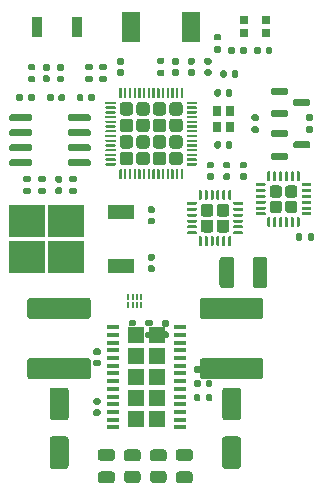
<source format=gbr>
G04 #@! TF.GenerationSoftware,KiCad,Pcbnew,6.0.5-a6ca702e91~116~ubuntu22.04.1*
G04 #@! TF.CreationDate,2022-05-26T03:30:37+02:00*
G04 #@! TF.ProjectId,driver-board,64726976-6572-42d6-926f-6172642e6b69,7ebd5c4*
G04 #@! TF.SameCoordinates,Original*
G04 #@! TF.FileFunction,Paste,Top*
G04 #@! TF.FilePolarity,Positive*
%FSLAX46Y46*%
G04 Gerber Fmt 4.6, Leading zero omitted, Abs format (unit mm)*
G04 Created by KiCad (PCBNEW 6.0.5-a6ca702e91~116~ubuntu22.04.1) date 2022-05-26 03:30:37*
%MOMM*%
%LPD*%
G01*
G04 APERTURE LIST*
%ADD10R,0.700000X0.700000*%
%ADD11R,1.400000X1.400000*%
%ADD12R,1.100000X0.400000*%
%ADD13R,0.900000X1.700000*%
%ADD14R,0.800000X0.900000*%
%ADD15R,0.200000X0.530000*%
%ADD16R,3.050000X2.750000*%
%ADD17R,2.200000X1.200000*%
%ADD18R,1.500000X2.600000*%
G04 APERTURE END LIST*
G36*
G01*
X59450000Y-33830000D02*
X59450000Y-34170000D01*
G75*
G02*
X59310000Y-34310000I-140000J0D01*
G01*
X59030000Y-34310000D01*
G75*
G02*
X58890000Y-34170000I0J140000D01*
G01*
X58890000Y-33830000D01*
G75*
G02*
X59030000Y-33690000I140000J0D01*
G01*
X59310000Y-33690000D01*
G75*
G02*
X59450000Y-33830000I0J-140000D01*
G01*
G37*
G36*
G01*
X58490000Y-33830000D02*
X58490000Y-34170000D01*
G75*
G02*
X58350000Y-34310000I-140000J0D01*
G01*
X58070000Y-34310000D01*
G75*
G02*
X57930000Y-34170000I0J140000D01*
G01*
X57930000Y-33830000D01*
G75*
G02*
X58070000Y-33690000I140000J0D01*
G01*
X58350000Y-33690000D01*
G75*
G02*
X58490000Y-33830000I0J-140000D01*
G01*
G37*
G36*
G01*
X44770000Y-64960000D02*
X44430000Y-64960000D01*
G75*
G02*
X44290000Y-64820000I0J140000D01*
G01*
X44290000Y-64540000D01*
G75*
G02*
X44430000Y-64400000I140000J0D01*
G01*
X44770000Y-64400000D01*
G75*
G02*
X44910000Y-64540000I0J-140000D01*
G01*
X44910000Y-64820000D01*
G75*
G02*
X44770000Y-64960000I-140000J0D01*
G01*
G37*
G36*
G01*
X44770000Y-64000000D02*
X44430000Y-64000000D01*
G75*
G02*
X44290000Y-63860000I0J140000D01*
G01*
X44290000Y-63580000D01*
G75*
G02*
X44430000Y-63440000I140000J0D01*
G01*
X44770000Y-63440000D01*
G75*
G02*
X44910000Y-63580000I0J-140000D01*
G01*
X44910000Y-63860000D01*
G75*
G02*
X44770000Y-64000000I-140000J0D01*
G01*
G37*
G36*
G01*
X57270000Y-33815000D02*
X57270000Y-34185000D01*
G75*
G02*
X57135000Y-34320000I-135000J0D01*
G01*
X56865000Y-34320000D01*
G75*
G02*
X56730000Y-34185000I0J135000D01*
G01*
X56730000Y-33815000D01*
G75*
G02*
X56865000Y-33680000I135000J0D01*
G01*
X57135000Y-33680000D01*
G75*
G02*
X57270000Y-33815000I0J-135000D01*
G01*
G37*
G36*
G01*
X56250000Y-33815000D02*
X56250000Y-34185000D01*
G75*
G02*
X56115000Y-34320000I-135000J0D01*
G01*
X55845000Y-34320000D01*
G75*
G02*
X55710000Y-34185000I0J135000D01*
G01*
X55710000Y-33815000D01*
G75*
G02*
X55845000Y-33680000I135000J0D01*
G01*
X56115000Y-33680000D01*
G75*
G02*
X56250000Y-33815000I0J-135000D01*
G01*
G37*
G36*
G01*
X45305000Y-36700000D02*
X44935000Y-36700000D01*
G75*
G02*
X44800000Y-36565000I0J135000D01*
G01*
X44800000Y-36295000D01*
G75*
G02*
X44935000Y-36160000I135000J0D01*
G01*
X45305000Y-36160000D01*
G75*
G02*
X45440000Y-36295000I0J-135000D01*
G01*
X45440000Y-36565000D01*
G75*
G02*
X45305000Y-36700000I-135000J0D01*
G01*
G37*
G36*
G01*
X45305000Y-35680000D02*
X44935000Y-35680000D01*
G75*
G02*
X44800000Y-35545000I0J135000D01*
G01*
X44800000Y-35275000D01*
G75*
G02*
X44935000Y-35140000I135000J0D01*
G01*
X45305000Y-35140000D01*
G75*
G02*
X45440000Y-35275000I0J-135000D01*
G01*
X45440000Y-35545000D01*
G75*
G02*
X45305000Y-35680000I-135000J0D01*
G01*
G37*
G36*
G01*
X47415000Y-56820000D02*
X47785000Y-56820000D01*
G75*
G02*
X47920000Y-56955000I0J-135000D01*
G01*
X47920000Y-57225000D01*
G75*
G02*
X47785000Y-57360000I-135000J0D01*
G01*
X47415000Y-57360000D01*
G75*
G02*
X47280000Y-57225000I0J135000D01*
G01*
X47280000Y-56955000D01*
G75*
G02*
X47415000Y-56820000I135000J0D01*
G01*
G37*
G36*
G01*
X47415000Y-57840000D02*
X47785000Y-57840000D01*
G75*
G02*
X47920000Y-57975000I0J-135000D01*
G01*
X47920000Y-58245000D01*
G75*
G02*
X47785000Y-58380000I-135000J0D01*
G01*
X47415000Y-58380000D01*
G75*
G02*
X47280000Y-58245000I0J135000D01*
G01*
X47280000Y-57975000D01*
G75*
G02*
X47415000Y-57840000I135000J0D01*
G01*
G37*
G36*
G01*
X58450000Y-61850000D02*
X53550000Y-61850000D01*
G75*
G02*
X53300000Y-61600000I0J250000D01*
G01*
X53300000Y-60300000D01*
G75*
G02*
X53550000Y-60050000I250000J0D01*
G01*
X58450000Y-60050000D01*
G75*
G02*
X58700000Y-60300000I0J-250000D01*
G01*
X58700000Y-61600000D01*
G75*
G02*
X58450000Y-61850000I-250000J0D01*
G01*
G37*
G36*
G01*
X58450000Y-56750000D02*
X53550000Y-56750000D01*
G75*
G02*
X53300000Y-56500000I0J250000D01*
G01*
X53300000Y-55200000D01*
G75*
G02*
X53550000Y-54950000I250000J0D01*
G01*
X58450000Y-54950000D01*
G75*
G02*
X58700000Y-55200000I0J-250000D01*
G01*
X58700000Y-56500000D01*
G75*
G02*
X58450000Y-56750000I-250000J0D01*
G01*
G37*
G36*
G01*
X51525000Y-67750000D02*
X52475000Y-67750000D01*
G75*
G02*
X52725000Y-68000000I0J-250000D01*
G01*
X52725000Y-68500000D01*
G75*
G02*
X52475000Y-68750000I-250000J0D01*
G01*
X51525000Y-68750000D01*
G75*
G02*
X51275000Y-68500000I0J250000D01*
G01*
X51275000Y-68000000D01*
G75*
G02*
X51525000Y-67750000I250000J0D01*
G01*
G37*
G36*
G01*
X51525000Y-69650000D02*
X52475000Y-69650000D01*
G75*
G02*
X52725000Y-69900000I0J-250000D01*
G01*
X52725000Y-70400000D01*
G75*
G02*
X52475000Y-70650000I-250000J0D01*
G01*
X51525000Y-70650000D01*
G75*
G02*
X51275000Y-70400000I0J250000D01*
G01*
X51275000Y-69900000D01*
G75*
G02*
X51525000Y-69650000I250000J0D01*
G01*
G37*
G36*
G01*
X48050000Y-70625000D02*
X47150000Y-70625000D01*
G75*
G02*
X46900000Y-70375000I0J250000D01*
G01*
X46900000Y-69850000D01*
G75*
G02*
X47150000Y-69600000I250000J0D01*
G01*
X48050000Y-69600000D01*
G75*
G02*
X48300000Y-69850000I0J-250000D01*
G01*
X48300000Y-70375000D01*
G75*
G02*
X48050000Y-70625000I-250000J0D01*
G01*
G37*
G36*
G01*
X48050000Y-68800000D02*
X47150000Y-68800000D01*
G75*
G02*
X46900000Y-68550000I0J250000D01*
G01*
X46900000Y-68025000D01*
G75*
G02*
X47150000Y-67775000I250000J0D01*
G01*
X48050000Y-67775000D01*
G75*
G02*
X48300000Y-68025000I0J-250000D01*
G01*
X48300000Y-68550000D01*
G75*
G02*
X48050000Y-68800000I-250000J0D01*
G01*
G37*
G36*
G01*
X44925000Y-67750000D02*
X45875000Y-67750000D01*
G75*
G02*
X46125000Y-68000000I0J-250000D01*
G01*
X46125000Y-68500000D01*
G75*
G02*
X45875000Y-68750000I-250000J0D01*
G01*
X44925000Y-68750000D01*
G75*
G02*
X44675000Y-68500000I0J250000D01*
G01*
X44675000Y-68000000D01*
G75*
G02*
X44925000Y-67750000I250000J0D01*
G01*
G37*
G36*
G01*
X44925000Y-69650000D02*
X45875000Y-69650000D01*
G75*
G02*
X46125000Y-69900000I0J-250000D01*
G01*
X46125000Y-70400000D01*
G75*
G02*
X45875000Y-70650000I-250000J0D01*
G01*
X44925000Y-70650000D01*
G75*
G02*
X44675000Y-70400000I0J250000D01*
G01*
X44675000Y-69900000D01*
G75*
G02*
X44925000Y-69650000I250000J0D01*
G01*
G37*
G36*
G01*
X44105000Y-36700000D02*
X43735000Y-36700000D01*
G75*
G02*
X43600000Y-36565000I0J135000D01*
G01*
X43600000Y-36295000D01*
G75*
G02*
X43735000Y-36160000I135000J0D01*
G01*
X44105000Y-36160000D01*
G75*
G02*
X44240000Y-36295000I0J-135000D01*
G01*
X44240000Y-36565000D01*
G75*
G02*
X44105000Y-36700000I-135000J0D01*
G01*
G37*
G36*
G01*
X44105000Y-35680000D02*
X43735000Y-35680000D01*
G75*
G02*
X43600000Y-35545000I0J135000D01*
G01*
X43600000Y-35275000D01*
G75*
G02*
X43735000Y-35140000I135000J0D01*
G01*
X44105000Y-35140000D01*
G75*
G02*
X44240000Y-35275000I0J-135000D01*
G01*
X44240000Y-35545000D01*
G75*
G02*
X44105000Y-35680000I-135000J0D01*
G01*
G37*
D10*
X58915000Y-32550000D03*
X58915000Y-31450000D03*
X57085000Y-31450000D03*
X57085000Y-32550000D03*
G36*
G01*
X52820000Y-63585000D02*
X52820000Y-63215000D01*
G75*
G02*
X52955000Y-63080000I135000J0D01*
G01*
X53225000Y-63080000D01*
G75*
G02*
X53360000Y-63215000I0J-135000D01*
G01*
X53360000Y-63585000D01*
G75*
G02*
X53225000Y-63720000I-135000J0D01*
G01*
X52955000Y-63720000D01*
G75*
G02*
X52820000Y-63585000I0J135000D01*
G01*
G37*
G36*
G01*
X53840000Y-63585000D02*
X53840000Y-63215000D01*
G75*
G02*
X53975000Y-63080000I135000J0D01*
G01*
X54245000Y-63080000D01*
G75*
G02*
X54380000Y-63215000I0J-135000D01*
G01*
X54380000Y-63585000D01*
G75*
G02*
X54245000Y-63720000I-135000J0D01*
G01*
X53975000Y-63720000D01*
G75*
G02*
X53840000Y-63585000I0J135000D01*
G01*
G37*
G36*
G01*
X44770000Y-60760000D02*
X44430000Y-60760000D01*
G75*
G02*
X44290000Y-60620000I0J140000D01*
G01*
X44290000Y-60340000D01*
G75*
G02*
X44430000Y-60200000I140000J0D01*
G01*
X44770000Y-60200000D01*
G75*
G02*
X44910000Y-60340000I0J-140000D01*
G01*
X44910000Y-60620000D01*
G75*
G02*
X44770000Y-60760000I-140000J0D01*
G01*
G37*
G36*
G01*
X44770000Y-59800000D02*
X44430000Y-59800000D01*
G75*
G02*
X44290000Y-59660000I0J140000D01*
G01*
X44290000Y-59380000D01*
G75*
G02*
X44430000Y-59240000I140000J0D01*
G01*
X44770000Y-59240000D01*
G75*
G02*
X44910000Y-59380000I0J-140000D01*
G01*
X44910000Y-59660000D01*
G75*
G02*
X44770000Y-59800000I-140000J0D01*
G01*
G37*
G36*
G01*
X54360000Y-60830000D02*
X54360000Y-61170000D01*
G75*
G02*
X54220000Y-61310000I-140000J0D01*
G01*
X53940000Y-61310000D01*
G75*
G02*
X53800000Y-61170000I0J140000D01*
G01*
X53800000Y-60830000D01*
G75*
G02*
X53940000Y-60690000I140000J0D01*
G01*
X54220000Y-60690000D01*
G75*
G02*
X54360000Y-60830000I0J-140000D01*
G01*
G37*
G36*
G01*
X53400000Y-60830000D02*
X53400000Y-61170000D01*
G75*
G02*
X53260000Y-61310000I-140000J0D01*
G01*
X52980000Y-61310000D01*
G75*
G02*
X52840000Y-61170000I0J140000D01*
G01*
X52840000Y-60830000D01*
G75*
G02*
X52980000Y-60690000I140000J0D01*
G01*
X53260000Y-60690000D01*
G75*
G02*
X53400000Y-60830000I0J-140000D01*
G01*
G37*
G36*
G01*
X54360000Y-62030000D02*
X54360000Y-62370000D01*
G75*
G02*
X54220000Y-62510000I-140000J0D01*
G01*
X53940000Y-62510000D01*
G75*
G02*
X53800000Y-62370000I0J140000D01*
G01*
X53800000Y-62030000D01*
G75*
G02*
X53940000Y-61890000I140000J0D01*
G01*
X54220000Y-61890000D01*
G75*
G02*
X54360000Y-62030000I0J-140000D01*
G01*
G37*
G36*
G01*
X53400000Y-62030000D02*
X53400000Y-62370000D01*
G75*
G02*
X53260000Y-62510000I-140000J0D01*
G01*
X52980000Y-62510000D01*
G75*
G02*
X52840000Y-62370000I0J140000D01*
G01*
X52840000Y-62030000D01*
G75*
G02*
X52980000Y-61890000I140000J0D01*
G01*
X53260000Y-61890000D01*
G75*
G02*
X53400000Y-62030000I0J-140000D01*
G01*
G37*
G36*
G01*
X50570000Y-58360000D02*
X50230000Y-58360000D01*
G75*
G02*
X50090000Y-58220000I0J140000D01*
G01*
X50090000Y-57940000D01*
G75*
G02*
X50230000Y-57800000I140000J0D01*
G01*
X50570000Y-57800000D01*
G75*
G02*
X50710000Y-57940000I0J-140000D01*
G01*
X50710000Y-58220000D01*
G75*
G02*
X50570000Y-58360000I-140000J0D01*
G01*
G37*
G36*
G01*
X50570000Y-57400000D02*
X50230000Y-57400000D01*
G75*
G02*
X50090000Y-57260000I0J140000D01*
G01*
X50090000Y-56980000D01*
G75*
G02*
X50230000Y-56840000I140000J0D01*
G01*
X50570000Y-56840000D01*
G75*
G02*
X50710000Y-56980000I0J-140000D01*
G01*
X50710000Y-57260000D01*
G75*
G02*
X50570000Y-57400000I-140000J0D01*
G01*
G37*
G36*
G01*
X53380000Y-49170000D02*
X53380000Y-48580000D01*
G75*
G02*
X53630000Y-48330000I250000J0D01*
G01*
X54220000Y-48330000D01*
G75*
G02*
X54470000Y-48580000I0J-250000D01*
G01*
X54470000Y-49170000D01*
G75*
G02*
X54220000Y-49420000I-250000J0D01*
G01*
X53630000Y-49420000D01*
G75*
G02*
X53380000Y-49170000I0J250000D01*
G01*
G37*
G36*
G01*
X53380000Y-47820000D02*
X53380000Y-47230000D01*
G75*
G02*
X53630000Y-46980000I250000J0D01*
G01*
X54220000Y-46980000D01*
G75*
G02*
X54470000Y-47230000I0J-250000D01*
G01*
X54470000Y-47820000D01*
G75*
G02*
X54220000Y-48070000I-250000J0D01*
G01*
X53630000Y-48070000D01*
G75*
G02*
X53380000Y-47820000I0J250000D01*
G01*
G37*
G36*
G01*
X54730000Y-47820000D02*
X54730000Y-47230000D01*
G75*
G02*
X54980000Y-46980000I250000J0D01*
G01*
X55570000Y-46980000D01*
G75*
G02*
X55820000Y-47230000I0J-250000D01*
G01*
X55820000Y-47820000D01*
G75*
G02*
X55570000Y-48070000I-250000J0D01*
G01*
X54980000Y-48070000D01*
G75*
G02*
X54730000Y-47820000I0J250000D01*
G01*
G37*
G36*
G01*
X54730000Y-49170000D02*
X54730000Y-48580000D01*
G75*
G02*
X54980000Y-48330000I250000J0D01*
G01*
X55570000Y-48330000D01*
G75*
G02*
X55820000Y-48580000I0J-250000D01*
G01*
X55820000Y-49170000D01*
G75*
G02*
X55570000Y-49420000I-250000J0D01*
G01*
X54980000Y-49420000D01*
G75*
G02*
X54730000Y-49170000I0J250000D01*
G01*
G37*
G36*
G01*
X52225000Y-47012500D02*
X52225000Y-46887500D01*
G75*
G02*
X52287500Y-46825000I62500J0D01*
G01*
X52987500Y-46825000D01*
G75*
G02*
X53050000Y-46887500I0J-62500D01*
G01*
X53050000Y-47012500D01*
G75*
G02*
X52987500Y-47075000I-62500J0D01*
G01*
X52287500Y-47075000D01*
G75*
G02*
X52225000Y-47012500I0J62500D01*
G01*
G37*
G36*
G01*
X52225000Y-47512500D02*
X52225000Y-47387500D01*
G75*
G02*
X52287500Y-47325000I62500J0D01*
G01*
X52987500Y-47325000D01*
G75*
G02*
X53050000Y-47387500I0J-62500D01*
G01*
X53050000Y-47512500D01*
G75*
G02*
X52987500Y-47575000I-62500J0D01*
G01*
X52287500Y-47575000D01*
G75*
G02*
X52225000Y-47512500I0J62500D01*
G01*
G37*
G36*
G01*
X52225000Y-48012500D02*
X52225000Y-47887500D01*
G75*
G02*
X52287500Y-47825000I62500J0D01*
G01*
X52987500Y-47825000D01*
G75*
G02*
X53050000Y-47887500I0J-62500D01*
G01*
X53050000Y-48012500D01*
G75*
G02*
X52987500Y-48075000I-62500J0D01*
G01*
X52287500Y-48075000D01*
G75*
G02*
X52225000Y-48012500I0J62500D01*
G01*
G37*
G36*
G01*
X52225000Y-48512500D02*
X52225000Y-48387500D01*
G75*
G02*
X52287500Y-48325000I62500J0D01*
G01*
X52987500Y-48325000D01*
G75*
G02*
X53050000Y-48387500I0J-62500D01*
G01*
X53050000Y-48512500D01*
G75*
G02*
X52987500Y-48575000I-62500J0D01*
G01*
X52287500Y-48575000D01*
G75*
G02*
X52225000Y-48512500I0J62500D01*
G01*
G37*
G36*
G01*
X52225000Y-49012500D02*
X52225000Y-48887500D01*
G75*
G02*
X52287500Y-48825000I62500J0D01*
G01*
X52987500Y-48825000D01*
G75*
G02*
X53050000Y-48887500I0J-62500D01*
G01*
X53050000Y-49012500D01*
G75*
G02*
X52987500Y-49075000I-62500J0D01*
G01*
X52287500Y-49075000D01*
G75*
G02*
X52225000Y-49012500I0J62500D01*
G01*
G37*
G36*
G01*
X52225000Y-49512500D02*
X52225000Y-49387500D01*
G75*
G02*
X52287500Y-49325000I62500J0D01*
G01*
X52987500Y-49325000D01*
G75*
G02*
X53050000Y-49387500I0J-62500D01*
G01*
X53050000Y-49512500D01*
G75*
G02*
X52987500Y-49575000I-62500J0D01*
G01*
X52287500Y-49575000D01*
G75*
G02*
X52225000Y-49512500I0J62500D01*
G01*
G37*
G36*
G01*
X53225000Y-50512500D02*
X53225000Y-49812500D01*
G75*
G02*
X53287500Y-49750000I62500J0D01*
G01*
X53412500Y-49750000D01*
G75*
G02*
X53475000Y-49812500I0J-62500D01*
G01*
X53475000Y-50512500D01*
G75*
G02*
X53412500Y-50575000I-62500J0D01*
G01*
X53287500Y-50575000D01*
G75*
G02*
X53225000Y-50512500I0J62500D01*
G01*
G37*
G36*
G01*
X53725000Y-50512500D02*
X53725000Y-49812500D01*
G75*
G02*
X53787500Y-49750000I62500J0D01*
G01*
X53912500Y-49750000D01*
G75*
G02*
X53975000Y-49812500I0J-62500D01*
G01*
X53975000Y-50512500D01*
G75*
G02*
X53912500Y-50575000I-62500J0D01*
G01*
X53787500Y-50575000D01*
G75*
G02*
X53725000Y-50512500I0J62500D01*
G01*
G37*
G36*
G01*
X54225000Y-50512500D02*
X54225000Y-49812500D01*
G75*
G02*
X54287500Y-49750000I62500J0D01*
G01*
X54412500Y-49750000D01*
G75*
G02*
X54475000Y-49812500I0J-62500D01*
G01*
X54475000Y-50512500D01*
G75*
G02*
X54412500Y-50575000I-62500J0D01*
G01*
X54287500Y-50575000D01*
G75*
G02*
X54225000Y-50512500I0J62500D01*
G01*
G37*
G36*
G01*
X54725000Y-50512500D02*
X54725000Y-49812500D01*
G75*
G02*
X54787500Y-49750000I62500J0D01*
G01*
X54912500Y-49750000D01*
G75*
G02*
X54975000Y-49812500I0J-62500D01*
G01*
X54975000Y-50512500D01*
G75*
G02*
X54912500Y-50575000I-62500J0D01*
G01*
X54787500Y-50575000D01*
G75*
G02*
X54725000Y-50512500I0J62500D01*
G01*
G37*
G36*
G01*
X55225000Y-50512500D02*
X55225000Y-49812500D01*
G75*
G02*
X55287500Y-49750000I62500J0D01*
G01*
X55412500Y-49750000D01*
G75*
G02*
X55475000Y-49812500I0J-62500D01*
G01*
X55475000Y-50512500D01*
G75*
G02*
X55412500Y-50575000I-62500J0D01*
G01*
X55287500Y-50575000D01*
G75*
G02*
X55225000Y-50512500I0J62500D01*
G01*
G37*
G36*
G01*
X55725000Y-50512500D02*
X55725000Y-49812500D01*
G75*
G02*
X55787500Y-49750000I62500J0D01*
G01*
X55912500Y-49750000D01*
G75*
G02*
X55975000Y-49812500I0J-62500D01*
G01*
X55975000Y-50512500D01*
G75*
G02*
X55912500Y-50575000I-62500J0D01*
G01*
X55787500Y-50575000D01*
G75*
G02*
X55725000Y-50512500I0J62500D01*
G01*
G37*
G36*
G01*
X56150000Y-49512500D02*
X56150000Y-49387500D01*
G75*
G02*
X56212500Y-49325000I62500J0D01*
G01*
X56912500Y-49325000D01*
G75*
G02*
X56975000Y-49387500I0J-62500D01*
G01*
X56975000Y-49512500D01*
G75*
G02*
X56912500Y-49575000I-62500J0D01*
G01*
X56212500Y-49575000D01*
G75*
G02*
X56150000Y-49512500I0J62500D01*
G01*
G37*
G36*
G01*
X56150000Y-49012500D02*
X56150000Y-48887500D01*
G75*
G02*
X56212500Y-48825000I62500J0D01*
G01*
X56912500Y-48825000D01*
G75*
G02*
X56975000Y-48887500I0J-62500D01*
G01*
X56975000Y-49012500D01*
G75*
G02*
X56912500Y-49075000I-62500J0D01*
G01*
X56212500Y-49075000D01*
G75*
G02*
X56150000Y-49012500I0J62500D01*
G01*
G37*
G36*
G01*
X56150000Y-48512500D02*
X56150000Y-48387500D01*
G75*
G02*
X56212500Y-48325000I62500J0D01*
G01*
X56912500Y-48325000D01*
G75*
G02*
X56975000Y-48387500I0J-62500D01*
G01*
X56975000Y-48512500D01*
G75*
G02*
X56912500Y-48575000I-62500J0D01*
G01*
X56212500Y-48575000D01*
G75*
G02*
X56150000Y-48512500I0J62500D01*
G01*
G37*
G36*
G01*
X56150000Y-48012500D02*
X56150000Y-47887500D01*
G75*
G02*
X56212500Y-47825000I62500J0D01*
G01*
X56912500Y-47825000D01*
G75*
G02*
X56975000Y-47887500I0J-62500D01*
G01*
X56975000Y-48012500D01*
G75*
G02*
X56912500Y-48075000I-62500J0D01*
G01*
X56212500Y-48075000D01*
G75*
G02*
X56150000Y-48012500I0J62500D01*
G01*
G37*
G36*
G01*
X56150000Y-47512500D02*
X56150000Y-47387500D01*
G75*
G02*
X56212500Y-47325000I62500J0D01*
G01*
X56912500Y-47325000D01*
G75*
G02*
X56975000Y-47387500I0J-62500D01*
G01*
X56975000Y-47512500D01*
G75*
G02*
X56912500Y-47575000I-62500J0D01*
G01*
X56212500Y-47575000D01*
G75*
G02*
X56150000Y-47512500I0J62500D01*
G01*
G37*
G36*
G01*
X56150000Y-47012500D02*
X56150000Y-46887500D01*
G75*
G02*
X56212500Y-46825000I62500J0D01*
G01*
X56912500Y-46825000D01*
G75*
G02*
X56975000Y-46887500I0J-62500D01*
G01*
X56975000Y-47012500D01*
G75*
G02*
X56912500Y-47075000I-62500J0D01*
G01*
X56212500Y-47075000D01*
G75*
G02*
X56150000Y-47012500I0J62500D01*
G01*
G37*
G36*
G01*
X55725000Y-46587500D02*
X55725000Y-45887500D01*
G75*
G02*
X55787500Y-45825000I62500J0D01*
G01*
X55912500Y-45825000D01*
G75*
G02*
X55975000Y-45887500I0J-62500D01*
G01*
X55975000Y-46587500D01*
G75*
G02*
X55912500Y-46650000I-62500J0D01*
G01*
X55787500Y-46650000D01*
G75*
G02*
X55725000Y-46587500I0J62500D01*
G01*
G37*
G36*
G01*
X55225000Y-46587500D02*
X55225000Y-45887500D01*
G75*
G02*
X55287500Y-45825000I62500J0D01*
G01*
X55412500Y-45825000D01*
G75*
G02*
X55475000Y-45887500I0J-62500D01*
G01*
X55475000Y-46587500D01*
G75*
G02*
X55412500Y-46650000I-62500J0D01*
G01*
X55287500Y-46650000D01*
G75*
G02*
X55225000Y-46587500I0J62500D01*
G01*
G37*
G36*
G01*
X54725000Y-46587500D02*
X54725000Y-45887500D01*
G75*
G02*
X54787500Y-45825000I62500J0D01*
G01*
X54912500Y-45825000D01*
G75*
G02*
X54975000Y-45887500I0J-62500D01*
G01*
X54975000Y-46587500D01*
G75*
G02*
X54912500Y-46650000I-62500J0D01*
G01*
X54787500Y-46650000D01*
G75*
G02*
X54725000Y-46587500I0J62500D01*
G01*
G37*
G36*
G01*
X54225000Y-46587500D02*
X54225000Y-45887500D01*
G75*
G02*
X54287500Y-45825000I62500J0D01*
G01*
X54412500Y-45825000D01*
G75*
G02*
X54475000Y-45887500I0J-62500D01*
G01*
X54475000Y-46587500D01*
G75*
G02*
X54412500Y-46650000I-62500J0D01*
G01*
X54287500Y-46650000D01*
G75*
G02*
X54225000Y-46587500I0J62500D01*
G01*
G37*
G36*
G01*
X53725000Y-46587500D02*
X53725000Y-45887500D01*
G75*
G02*
X53787500Y-45825000I62500J0D01*
G01*
X53912500Y-45825000D01*
G75*
G02*
X53975000Y-45887500I0J-62500D01*
G01*
X53975000Y-46587500D01*
G75*
G02*
X53912500Y-46650000I-62500J0D01*
G01*
X53787500Y-46650000D01*
G75*
G02*
X53725000Y-46587500I0J62500D01*
G01*
G37*
G36*
G01*
X53225000Y-46587500D02*
X53225000Y-45887500D01*
G75*
G02*
X53287500Y-45825000I62500J0D01*
G01*
X53412500Y-45825000D01*
G75*
G02*
X53475000Y-45887500I0J-62500D01*
G01*
X53475000Y-46587500D01*
G75*
G02*
X53412500Y-46650000I-62500J0D01*
G01*
X53287500Y-46650000D01*
G75*
G02*
X53225000Y-46587500I0J62500D01*
G01*
G37*
G36*
G01*
X55450000Y-62550000D02*
X56550000Y-62550000D01*
G75*
G02*
X56800000Y-62800000I0J-250000D01*
G01*
X56800000Y-65075000D01*
G75*
G02*
X56550000Y-65325000I-250000J0D01*
G01*
X55450000Y-65325000D01*
G75*
G02*
X55200000Y-65075000I0J250000D01*
G01*
X55200000Y-62800000D01*
G75*
G02*
X55450000Y-62550000I250000J0D01*
G01*
G37*
G36*
G01*
X55450000Y-66675000D02*
X56550000Y-66675000D01*
G75*
G02*
X56800000Y-66925000I0J-250000D01*
G01*
X56800000Y-69200000D01*
G75*
G02*
X56550000Y-69450000I-250000J0D01*
G01*
X55450000Y-69450000D01*
G75*
G02*
X55200000Y-69200000I0J250000D01*
G01*
X55200000Y-66925000D01*
G75*
G02*
X55450000Y-66675000I250000J0D01*
G01*
G37*
G36*
G01*
X40850000Y-62550000D02*
X41950000Y-62550000D01*
G75*
G02*
X42200000Y-62800000I0J-250000D01*
G01*
X42200000Y-65075000D01*
G75*
G02*
X41950000Y-65325000I-250000J0D01*
G01*
X40850000Y-65325000D01*
G75*
G02*
X40600000Y-65075000I0J250000D01*
G01*
X40600000Y-62800000D01*
G75*
G02*
X40850000Y-62550000I250000J0D01*
G01*
G37*
G36*
G01*
X40850000Y-66675000D02*
X41950000Y-66675000D01*
G75*
G02*
X42200000Y-66925000I0J-250000D01*
G01*
X42200000Y-69200000D01*
G75*
G02*
X41950000Y-69450000I-250000J0D01*
G01*
X40850000Y-69450000D01*
G75*
G02*
X40600000Y-69200000I0J250000D01*
G01*
X40600000Y-66925000D01*
G75*
G02*
X40850000Y-66675000I250000J0D01*
G01*
G37*
G36*
G01*
X50250000Y-70625000D02*
X49350000Y-70625000D01*
G75*
G02*
X49100000Y-70375000I0J250000D01*
G01*
X49100000Y-69850000D01*
G75*
G02*
X49350000Y-69600000I250000J0D01*
G01*
X50250000Y-69600000D01*
G75*
G02*
X50500000Y-69850000I0J-250000D01*
G01*
X50500000Y-70375000D01*
G75*
G02*
X50250000Y-70625000I-250000J0D01*
G01*
G37*
G36*
G01*
X50250000Y-68800000D02*
X49350000Y-68800000D01*
G75*
G02*
X49100000Y-68550000I0J250000D01*
G01*
X49100000Y-68025000D01*
G75*
G02*
X49350000Y-67775000I250000J0D01*
G01*
X50250000Y-67775000D01*
G75*
G02*
X50500000Y-68025000I0J-250000D01*
G01*
X50500000Y-68550000D01*
G75*
G02*
X50250000Y-68800000I-250000J0D01*
G01*
G37*
D11*
X49650000Y-58120000D03*
X47950000Y-65240000D03*
X49650000Y-61680000D03*
X49650000Y-65240000D03*
X49650000Y-63460000D03*
X47950000Y-61680000D03*
X47950000Y-63460000D03*
X47950000Y-58120000D03*
X47950000Y-59900000D03*
X49650000Y-59900000D03*
D12*
X51650000Y-65905000D03*
X51650000Y-65255000D03*
X51650000Y-64605000D03*
X51650000Y-63955000D03*
X51650000Y-63305000D03*
X51650000Y-62655000D03*
X51650000Y-62005000D03*
X51650000Y-61355000D03*
X51650000Y-60705000D03*
X51650000Y-60055000D03*
X51650000Y-59405000D03*
X51650000Y-58755000D03*
X51650000Y-58105000D03*
X51650000Y-57455000D03*
X45950000Y-57455000D03*
X45950000Y-58105000D03*
X45950000Y-58755000D03*
X45950000Y-59405000D03*
X45950000Y-60055000D03*
X45950000Y-60705000D03*
X45950000Y-61355000D03*
X45950000Y-62005000D03*
X45950000Y-62655000D03*
X45950000Y-63305000D03*
X45950000Y-63955000D03*
X45950000Y-64605000D03*
X45950000Y-65255000D03*
X45950000Y-65905000D03*
G36*
G01*
X43850000Y-61850000D02*
X38950000Y-61850000D01*
G75*
G02*
X38700000Y-61600000I0J250000D01*
G01*
X38700000Y-60300000D01*
G75*
G02*
X38950000Y-60050000I250000J0D01*
G01*
X43850000Y-60050000D01*
G75*
G02*
X44100000Y-60300000I0J-250000D01*
G01*
X44100000Y-61600000D01*
G75*
G02*
X43850000Y-61850000I-250000J0D01*
G01*
G37*
G36*
G01*
X43850000Y-56750000D02*
X38950000Y-56750000D01*
G75*
G02*
X38700000Y-56500000I0J250000D01*
G01*
X38700000Y-55200000D01*
G75*
G02*
X38950000Y-54950000I250000J0D01*
G01*
X43850000Y-54950000D01*
G75*
G02*
X44100000Y-55200000I0J-250000D01*
G01*
X44100000Y-56500000D01*
G75*
G02*
X43850000Y-56750000I-250000J0D01*
G01*
G37*
G36*
G01*
X59025000Y-51725000D02*
X59025000Y-53875000D01*
G75*
G02*
X58775000Y-54125000I-250000J0D01*
G01*
X58025000Y-54125000D01*
G75*
G02*
X57775000Y-53875000I0J250000D01*
G01*
X57775000Y-51725000D01*
G75*
G02*
X58025000Y-51475000I250000J0D01*
G01*
X58775000Y-51475000D01*
G75*
G02*
X59025000Y-51725000I0J-250000D01*
G01*
G37*
G36*
G01*
X56225000Y-51725000D02*
X56225000Y-53875000D01*
G75*
G02*
X55975000Y-54125000I-250000J0D01*
G01*
X55225000Y-54125000D01*
G75*
G02*
X54975000Y-53875000I0J250000D01*
G01*
X54975000Y-51725000D01*
G75*
G02*
X55225000Y-51475000I250000J0D01*
G01*
X55975000Y-51475000D01*
G75*
G02*
X56225000Y-51725000I0J-250000D01*
G01*
G37*
D13*
X39550000Y-32000000D03*
X42950000Y-32000000D03*
G36*
G01*
X46430000Y-34640000D02*
X46770000Y-34640000D01*
G75*
G02*
X46910000Y-34780000I0J-140000D01*
G01*
X46910000Y-35060000D01*
G75*
G02*
X46770000Y-35200000I-140000J0D01*
G01*
X46430000Y-35200000D01*
G75*
G02*
X46290000Y-35060000I0J140000D01*
G01*
X46290000Y-34780000D01*
G75*
G02*
X46430000Y-34640000I140000J0D01*
G01*
G37*
G36*
G01*
X46430000Y-35600000D02*
X46770000Y-35600000D01*
G75*
G02*
X46910000Y-35740000I0J-140000D01*
G01*
X46910000Y-36020000D01*
G75*
G02*
X46770000Y-36160000I-140000J0D01*
G01*
X46430000Y-36160000D01*
G75*
G02*
X46290000Y-36020000I0J140000D01*
G01*
X46290000Y-35740000D01*
G75*
G02*
X46430000Y-35600000I140000J0D01*
G01*
G37*
G36*
G01*
X56560000Y-35830000D02*
X56560000Y-36170000D01*
G75*
G02*
X56420000Y-36310000I-140000J0D01*
G01*
X56140000Y-36310000D01*
G75*
G02*
X56000000Y-36170000I0J140000D01*
G01*
X56000000Y-35830000D01*
G75*
G02*
X56140000Y-35690000I140000J0D01*
G01*
X56420000Y-35690000D01*
G75*
G02*
X56560000Y-35830000I0J-140000D01*
G01*
G37*
G36*
G01*
X55600000Y-35830000D02*
X55600000Y-36170000D01*
G75*
G02*
X55460000Y-36310000I-140000J0D01*
G01*
X55180000Y-36310000D01*
G75*
G02*
X55040000Y-36170000I0J140000D01*
G01*
X55040000Y-35830000D01*
G75*
G02*
X55180000Y-35690000I140000J0D01*
G01*
X55460000Y-35690000D01*
G75*
G02*
X55600000Y-35830000I0J-140000D01*
G01*
G37*
G36*
G01*
X57815000Y-39420000D02*
X58185000Y-39420000D01*
G75*
G02*
X58320000Y-39555000I0J-135000D01*
G01*
X58320000Y-39825000D01*
G75*
G02*
X58185000Y-39960000I-135000J0D01*
G01*
X57815000Y-39960000D01*
G75*
G02*
X57680000Y-39825000I0J135000D01*
G01*
X57680000Y-39555000D01*
G75*
G02*
X57815000Y-39420000I135000J0D01*
G01*
G37*
G36*
G01*
X57815000Y-40440000D02*
X58185000Y-40440000D01*
G75*
G02*
X58320000Y-40575000I0J-135000D01*
G01*
X58320000Y-40845000D01*
G75*
G02*
X58185000Y-40980000I-135000J0D01*
G01*
X57815000Y-40980000D01*
G75*
G02*
X57680000Y-40845000I0J135000D01*
G01*
X57680000Y-40575000D01*
G75*
G02*
X57815000Y-40440000I135000J0D01*
G01*
G37*
G36*
G01*
X49185000Y-58380000D02*
X48815000Y-58380000D01*
G75*
G02*
X48680000Y-58245000I0J135000D01*
G01*
X48680000Y-57975000D01*
G75*
G02*
X48815000Y-57840000I135000J0D01*
G01*
X49185000Y-57840000D01*
G75*
G02*
X49320000Y-57975000I0J-135000D01*
G01*
X49320000Y-58245000D01*
G75*
G02*
X49185000Y-58380000I-135000J0D01*
G01*
G37*
G36*
G01*
X49185000Y-57360000D02*
X48815000Y-57360000D01*
G75*
G02*
X48680000Y-57225000I0J135000D01*
G01*
X48680000Y-56955000D01*
G75*
G02*
X48815000Y-56820000I135000J0D01*
G01*
X49185000Y-56820000D01*
G75*
G02*
X49320000Y-56955000I0J-135000D01*
G01*
X49320000Y-57225000D01*
G75*
G02*
X49185000Y-57360000I-135000J0D01*
G01*
G37*
G36*
G01*
X40150000Y-35160000D02*
X40490000Y-35160000D01*
G75*
G02*
X40630000Y-35300000I0J-140000D01*
G01*
X40630000Y-35580000D01*
G75*
G02*
X40490000Y-35720000I-140000J0D01*
G01*
X40150000Y-35720000D01*
G75*
G02*
X40010000Y-35580000I0J140000D01*
G01*
X40010000Y-35300000D01*
G75*
G02*
X40150000Y-35160000I140000J0D01*
G01*
G37*
G36*
G01*
X40150000Y-36120000D02*
X40490000Y-36120000D01*
G75*
G02*
X40630000Y-36260000I0J-140000D01*
G01*
X40630000Y-36540000D01*
G75*
G02*
X40490000Y-36680000I-140000J0D01*
G01*
X40150000Y-36680000D01*
G75*
G02*
X40010000Y-36540000I0J140000D01*
G01*
X40010000Y-36260000D01*
G75*
G02*
X40150000Y-36120000I140000J0D01*
G01*
G37*
G36*
G01*
X59325000Y-37600000D02*
X59325000Y-37300000D01*
G75*
G02*
X59475000Y-37150000I150000J0D01*
G01*
X60650000Y-37150000D01*
G75*
G02*
X60800000Y-37300000I0J-150000D01*
G01*
X60800000Y-37600000D01*
G75*
G02*
X60650000Y-37750000I-150000J0D01*
G01*
X59475000Y-37750000D01*
G75*
G02*
X59325000Y-37600000I0J150000D01*
G01*
G37*
G36*
G01*
X59325000Y-39500000D02*
X59325000Y-39200000D01*
G75*
G02*
X59475000Y-39050000I150000J0D01*
G01*
X60650000Y-39050000D01*
G75*
G02*
X60800000Y-39200000I0J-150000D01*
G01*
X60800000Y-39500000D01*
G75*
G02*
X60650000Y-39650000I-150000J0D01*
G01*
X59475000Y-39650000D01*
G75*
G02*
X59325000Y-39500000I0J150000D01*
G01*
G37*
G36*
G01*
X61200000Y-38550000D02*
X61200000Y-38250000D01*
G75*
G02*
X61350000Y-38100000I150000J0D01*
G01*
X62525000Y-38100000D01*
G75*
G02*
X62675000Y-38250000I0J-150000D01*
G01*
X62675000Y-38550000D01*
G75*
G02*
X62525000Y-38700000I-150000J0D01*
G01*
X61350000Y-38700000D01*
G75*
G02*
X61200000Y-38550000I0J150000D01*
G01*
G37*
G36*
G01*
X61420000Y-49985000D02*
X61420000Y-49615000D01*
G75*
G02*
X61555000Y-49480000I135000J0D01*
G01*
X61825000Y-49480000D01*
G75*
G02*
X61960000Y-49615000I0J-135000D01*
G01*
X61960000Y-49985000D01*
G75*
G02*
X61825000Y-50120000I-135000J0D01*
G01*
X61555000Y-50120000D01*
G75*
G02*
X61420000Y-49985000I0J135000D01*
G01*
G37*
G36*
G01*
X62440000Y-49985000D02*
X62440000Y-49615000D01*
G75*
G02*
X62575000Y-49480000I135000J0D01*
G01*
X62845000Y-49480000D01*
G75*
G02*
X62980000Y-49615000I0J-135000D01*
G01*
X62980000Y-49985000D01*
G75*
G02*
X62845000Y-50120000I-135000J0D01*
G01*
X62575000Y-50120000D01*
G75*
G02*
X62440000Y-49985000I0J135000D01*
G01*
G37*
G36*
G01*
X50185000Y-36180000D02*
X49815000Y-36180000D01*
G75*
G02*
X49680000Y-36045000I0J135000D01*
G01*
X49680000Y-35775000D01*
G75*
G02*
X49815000Y-35640000I135000J0D01*
G01*
X50185000Y-35640000D01*
G75*
G02*
X50320000Y-35775000I0J-135000D01*
G01*
X50320000Y-36045000D01*
G75*
G02*
X50185000Y-36180000I-135000J0D01*
G01*
G37*
G36*
G01*
X50185000Y-35160000D02*
X49815000Y-35160000D01*
G75*
G02*
X49680000Y-35025000I0J135000D01*
G01*
X49680000Y-34755000D01*
G75*
G02*
X49815000Y-34620000I135000J0D01*
G01*
X50185000Y-34620000D01*
G75*
G02*
X50320000Y-34755000I0J-135000D01*
G01*
X50320000Y-35025000D01*
G75*
G02*
X50185000Y-35160000I-135000J0D01*
G01*
G37*
G36*
G01*
X54170000Y-36160000D02*
X53830000Y-36160000D01*
G75*
G02*
X53690000Y-36020000I0J140000D01*
G01*
X53690000Y-35740000D01*
G75*
G02*
X53830000Y-35600000I140000J0D01*
G01*
X54170000Y-35600000D01*
G75*
G02*
X54310000Y-35740000I0J-140000D01*
G01*
X54310000Y-36020000D01*
G75*
G02*
X54170000Y-36160000I-140000J0D01*
G01*
G37*
G36*
G01*
X54170000Y-35200000D02*
X53830000Y-35200000D01*
G75*
G02*
X53690000Y-35060000I0J140000D01*
G01*
X53690000Y-34780000D01*
G75*
G02*
X53830000Y-34640000I140000J0D01*
G01*
X54170000Y-34640000D01*
G75*
G02*
X54310000Y-34780000I0J-140000D01*
G01*
X54310000Y-35060000D01*
G75*
G02*
X54170000Y-35200000I-140000J0D01*
G01*
G37*
G36*
G01*
X39255000Y-36700000D02*
X38885000Y-36700000D01*
G75*
G02*
X38750000Y-36565000I0J135000D01*
G01*
X38750000Y-36295000D01*
G75*
G02*
X38885000Y-36160000I135000J0D01*
G01*
X39255000Y-36160000D01*
G75*
G02*
X39390000Y-36295000I0J-135000D01*
G01*
X39390000Y-36565000D01*
G75*
G02*
X39255000Y-36700000I-135000J0D01*
G01*
G37*
G36*
G01*
X39255000Y-35680000D02*
X38885000Y-35680000D01*
G75*
G02*
X38750000Y-35545000I0J135000D01*
G01*
X38750000Y-35275000D01*
G75*
G02*
X38885000Y-35140000I135000J0D01*
G01*
X39255000Y-35140000D01*
G75*
G02*
X39390000Y-35275000I0J-135000D01*
G01*
X39390000Y-35545000D01*
G75*
G02*
X39255000Y-35680000I-135000J0D01*
G01*
G37*
G36*
G01*
X51090000Y-34640000D02*
X51430000Y-34640000D01*
G75*
G02*
X51570000Y-34780000I0J-140000D01*
G01*
X51570000Y-35060000D01*
G75*
G02*
X51430000Y-35200000I-140000J0D01*
G01*
X51090000Y-35200000D01*
G75*
G02*
X50950000Y-35060000I0J140000D01*
G01*
X50950000Y-34780000D01*
G75*
G02*
X51090000Y-34640000I140000J0D01*
G01*
G37*
G36*
G01*
X51090000Y-35600000D02*
X51430000Y-35600000D01*
G75*
G02*
X51570000Y-35740000I0J-140000D01*
G01*
X51570000Y-36020000D01*
G75*
G02*
X51430000Y-36160000I-140000J0D01*
G01*
X51090000Y-36160000D01*
G75*
G02*
X50950000Y-36020000I0J140000D01*
G01*
X50950000Y-35740000D01*
G75*
G02*
X51090000Y-35600000I140000J0D01*
G01*
G37*
D14*
X54750000Y-39100000D03*
X54750000Y-40500000D03*
X55850000Y-40500000D03*
X55850000Y-39100000D03*
G36*
G01*
X39330000Y-37815000D02*
X39330000Y-38185000D01*
G75*
G02*
X39195000Y-38320000I-135000J0D01*
G01*
X38925000Y-38320000D01*
G75*
G02*
X38790000Y-38185000I0J135000D01*
G01*
X38790000Y-37815000D01*
G75*
G02*
X38925000Y-37680000I135000J0D01*
G01*
X39195000Y-37680000D01*
G75*
G02*
X39330000Y-37815000I0J-135000D01*
G01*
G37*
G36*
G01*
X38310000Y-37815000D02*
X38310000Y-38185000D01*
G75*
G02*
X38175000Y-38320000I-135000J0D01*
G01*
X37905000Y-38320000D01*
G75*
G02*
X37770000Y-38185000I0J135000D01*
G01*
X37770000Y-37815000D01*
G75*
G02*
X37905000Y-37680000I135000J0D01*
G01*
X38175000Y-37680000D01*
G75*
G02*
X38310000Y-37815000I0J-135000D01*
G01*
G37*
D15*
X47275000Y-55535000D03*
X47625000Y-55535000D03*
X47975000Y-55535000D03*
X48325000Y-55535000D03*
X48325000Y-54865000D03*
X47975000Y-54865000D03*
X47625000Y-54865000D03*
X47275000Y-54865000D03*
G36*
G01*
X54370000Y-44960000D02*
X54030000Y-44960000D01*
G75*
G02*
X53890000Y-44820000I0J140000D01*
G01*
X53890000Y-44540000D01*
G75*
G02*
X54030000Y-44400000I140000J0D01*
G01*
X54370000Y-44400000D01*
G75*
G02*
X54510000Y-44540000I0J-140000D01*
G01*
X54510000Y-44820000D01*
G75*
G02*
X54370000Y-44960000I-140000J0D01*
G01*
G37*
G36*
G01*
X54370000Y-44000000D02*
X54030000Y-44000000D01*
G75*
G02*
X53890000Y-43860000I0J140000D01*
G01*
X53890000Y-43580000D01*
G75*
G02*
X54030000Y-43440000I140000J0D01*
G01*
X54370000Y-43440000D01*
G75*
G02*
X54510000Y-43580000I0J-140000D01*
G01*
X54510000Y-43860000D01*
G75*
G02*
X54370000Y-44000000I-140000J0D01*
G01*
G37*
G36*
G01*
X57170000Y-44960000D02*
X56830000Y-44960000D01*
G75*
G02*
X56690000Y-44820000I0J140000D01*
G01*
X56690000Y-44540000D01*
G75*
G02*
X56830000Y-44400000I140000J0D01*
G01*
X57170000Y-44400000D01*
G75*
G02*
X57310000Y-44540000I0J-140000D01*
G01*
X57310000Y-44820000D01*
G75*
G02*
X57170000Y-44960000I-140000J0D01*
G01*
G37*
G36*
G01*
X57170000Y-44000000D02*
X56830000Y-44000000D01*
G75*
G02*
X56690000Y-43860000I0J140000D01*
G01*
X56690000Y-43580000D01*
G75*
G02*
X56830000Y-43440000I140000J0D01*
G01*
X57170000Y-43440000D01*
G75*
G02*
X57310000Y-43580000I0J-140000D01*
G01*
X57310000Y-43860000D01*
G75*
G02*
X57170000Y-44000000I-140000J0D01*
G01*
G37*
G36*
G01*
X61325000Y-46475000D02*
X60775000Y-46475000D01*
G75*
G02*
X60525000Y-46225000I0J250000D01*
G01*
X60525000Y-45675000D01*
G75*
G02*
X60775000Y-45425000I250000J0D01*
G01*
X61325000Y-45425000D01*
G75*
G02*
X61575000Y-45675000I0J-250000D01*
G01*
X61575000Y-46225000D01*
G75*
G02*
X61325000Y-46475000I-250000J0D01*
G01*
G37*
G36*
G01*
X61325000Y-47775000D02*
X60775000Y-47775000D01*
G75*
G02*
X60525000Y-47525000I0J250000D01*
G01*
X60525000Y-46975000D01*
G75*
G02*
X60775000Y-46725000I250000J0D01*
G01*
X61325000Y-46725000D01*
G75*
G02*
X61575000Y-46975000I0J-250000D01*
G01*
X61575000Y-47525000D01*
G75*
G02*
X61325000Y-47775000I-250000J0D01*
G01*
G37*
G36*
G01*
X60025000Y-47775000D02*
X59475000Y-47775000D01*
G75*
G02*
X59225000Y-47525000I0J250000D01*
G01*
X59225000Y-46975000D01*
G75*
G02*
X59475000Y-46725000I250000J0D01*
G01*
X60025000Y-46725000D01*
G75*
G02*
X60275000Y-46975000I0J-250000D01*
G01*
X60275000Y-47525000D01*
G75*
G02*
X60025000Y-47775000I-250000J0D01*
G01*
G37*
G36*
G01*
X60025000Y-46475000D02*
X59475000Y-46475000D01*
G75*
G02*
X59225000Y-46225000I0J250000D01*
G01*
X59225000Y-45675000D01*
G75*
G02*
X59475000Y-45425000I250000J0D01*
G01*
X60025000Y-45425000D01*
G75*
G02*
X60275000Y-45675000I0J-250000D01*
G01*
X60275000Y-46225000D01*
G75*
G02*
X60025000Y-46475000I-250000J0D01*
G01*
G37*
G36*
G01*
X59212500Y-48950000D02*
X59087500Y-48950000D01*
G75*
G02*
X59025000Y-48887500I0J62500D01*
G01*
X59025000Y-48187500D01*
G75*
G02*
X59087500Y-48125000I62500J0D01*
G01*
X59212500Y-48125000D01*
G75*
G02*
X59275000Y-48187500I0J-62500D01*
G01*
X59275000Y-48887500D01*
G75*
G02*
X59212500Y-48950000I-62500J0D01*
G01*
G37*
G36*
G01*
X59712500Y-48950000D02*
X59587500Y-48950000D01*
G75*
G02*
X59525000Y-48887500I0J62500D01*
G01*
X59525000Y-48187500D01*
G75*
G02*
X59587500Y-48125000I62500J0D01*
G01*
X59712500Y-48125000D01*
G75*
G02*
X59775000Y-48187500I0J-62500D01*
G01*
X59775000Y-48887500D01*
G75*
G02*
X59712500Y-48950000I-62500J0D01*
G01*
G37*
G36*
G01*
X60212500Y-48950000D02*
X60087500Y-48950000D01*
G75*
G02*
X60025000Y-48887500I0J62500D01*
G01*
X60025000Y-48187500D01*
G75*
G02*
X60087500Y-48125000I62500J0D01*
G01*
X60212500Y-48125000D01*
G75*
G02*
X60275000Y-48187500I0J-62500D01*
G01*
X60275000Y-48887500D01*
G75*
G02*
X60212500Y-48950000I-62500J0D01*
G01*
G37*
G36*
G01*
X60712500Y-48950000D02*
X60587500Y-48950000D01*
G75*
G02*
X60525000Y-48887500I0J62500D01*
G01*
X60525000Y-48187500D01*
G75*
G02*
X60587500Y-48125000I62500J0D01*
G01*
X60712500Y-48125000D01*
G75*
G02*
X60775000Y-48187500I0J-62500D01*
G01*
X60775000Y-48887500D01*
G75*
G02*
X60712500Y-48950000I-62500J0D01*
G01*
G37*
G36*
G01*
X61212500Y-48950000D02*
X61087500Y-48950000D01*
G75*
G02*
X61025000Y-48887500I0J62500D01*
G01*
X61025000Y-48187500D01*
G75*
G02*
X61087500Y-48125000I62500J0D01*
G01*
X61212500Y-48125000D01*
G75*
G02*
X61275000Y-48187500I0J-62500D01*
G01*
X61275000Y-48887500D01*
G75*
G02*
X61212500Y-48950000I-62500J0D01*
G01*
G37*
G36*
G01*
X61712500Y-48950000D02*
X61587500Y-48950000D01*
G75*
G02*
X61525000Y-48887500I0J62500D01*
G01*
X61525000Y-48187500D01*
G75*
G02*
X61587500Y-48125000I62500J0D01*
G01*
X61712500Y-48125000D01*
G75*
G02*
X61775000Y-48187500I0J-62500D01*
G01*
X61775000Y-48887500D01*
G75*
G02*
X61712500Y-48950000I-62500J0D01*
G01*
G37*
G36*
G01*
X62687500Y-47975000D02*
X61987500Y-47975000D01*
G75*
G02*
X61925000Y-47912500I0J62500D01*
G01*
X61925000Y-47787500D01*
G75*
G02*
X61987500Y-47725000I62500J0D01*
G01*
X62687500Y-47725000D01*
G75*
G02*
X62750000Y-47787500I0J-62500D01*
G01*
X62750000Y-47912500D01*
G75*
G02*
X62687500Y-47975000I-62500J0D01*
G01*
G37*
G36*
G01*
X62687500Y-47475000D02*
X61987500Y-47475000D01*
G75*
G02*
X61925000Y-47412500I0J62500D01*
G01*
X61925000Y-47287500D01*
G75*
G02*
X61987500Y-47225000I62500J0D01*
G01*
X62687500Y-47225000D01*
G75*
G02*
X62750000Y-47287500I0J-62500D01*
G01*
X62750000Y-47412500D01*
G75*
G02*
X62687500Y-47475000I-62500J0D01*
G01*
G37*
G36*
G01*
X62687500Y-46975000D02*
X61987500Y-46975000D01*
G75*
G02*
X61925000Y-46912500I0J62500D01*
G01*
X61925000Y-46787500D01*
G75*
G02*
X61987500Y-46725000I62500J0D01*
G01*
X62687500Y-46725000D01*
G75*
G02*
X62750000Y-46787500I0J-62500D01*
G01*
X62750000Y-46912500D01*
G75*
G02*
X62687500Y-46975000I-62500J0D01*
G01*
G37*
G36*
G01*
X62687500Y-46475000D02*
X61987500Y-46475000D01*
G75*
G02*
X61925000Y-46412500I0J62500D01*
G01*
X61925000Y-46287500D01*
G75*
G02*
X61987500Y-46225000I62500J0D01*
G01*
X62687500Y-46225000D01*
G75*
G02*
X62750000Y-46287500I0J-62500D01*
G01*
X62750000Y-46412500D01*
G75*
G02*
X62687500Y-46475000I-62500J0D01*
G01*
G37*
G36*
G01*
X62687500Y-45975000D02*
X61987500Y-45975000D01*
G75*
G02*
X61925000Y-45912500I0J62500D01*
G01*
X61925000Y-45787500D01*
G75*
G02*
X61987500Y-45725000I62500J0D01*
G01*
X62687500Y-45725000D01*
G75*
G02*
X62750000Y-45787500I0J-62500D01*
G01*
X62750000Y-45912500D01*
G75*
G02*
X62687500Y-45975000I-62500J0D01*
G01*
G37*
G36*
G01*
X62687500Y-45475000D02*
X61987500Y-45475000D01*
G75*
G02*
X61925000Y-45412500I0J62500D01*
G01*
X61925000Y-45287500D01*
G75*
G02*
X61987500Y-45225000I62500J0D01*
G01*
X62687500Y-45225000D01*
G75*
G02*
X62750000Y-45287500I0J-62500D01*
G01*
X62750000Y-45412500D01*
G75*
G02*
X62687500Y-45475000I-62500J0D01*
G01*
G37*
G36*
G01*
X61712500Y-45075000D02*
X61587500Y-45075000D01*
G75*
G02*
X61525000Y-45012500I0J62500D01*
G01*
X61525000Y-44312500D01*
G75*
G02*
X61587500Y-44250000I62500J0D01*
G01*
X61712500Y-44250000D01*
G75*
G02*
X61775000Y-44312500I0J-62500D01*
G01*
X61775000Y-45012500D01*
G75*
G02*
X61712500Y-45075000I-62500J0D01*
G01*
G37*
G36*
G01*
X61212500Y-45075000D02*
X61087500Y-45075000D01*
G75*
G02*
X61025000Y-45012500I0J62500D01*
G01*
X61025000Y-44312500D01*
G75*
G02*
X61087500Y-44250000I62500J0D01*
G01*
X61212500Y-44250000D01*
G75*
G02*
X61275000Y-44312500I0J-62500D01*
G01*
X61275000Y-45012500D01*
G75*
G02*
X61212500Y-45075000I-62500J0D01*
G01*
G37*
G36*
G01*
X60712500Y-45075000D02*
X60587500Y-45075000D01*
G75*
G02*
X60525000Y-45012500I0J62500D01*
G01*
X60525000Y-44312500D01*
G75*
G02*
X60587500Y-44250000I62500J0D01*
G01*
X60712500Y-44250000D01*
G75*
G02*
X60775000Y-44312500I0J-62500D01*
G01*
X60775000Y-45012500D01*
G75*
G02*
X60712500Y-45075000I-62500J0D01*
G01*
G37*
G36*
G01*
X60212500Y-45075000D02*
X60087500Y-45075000D01*
G75*
G02*
X60025000Y-45012500I0J62500D01*
G01*
X60025000Y-44312500D01*
G75*
G02*
X60087500Y-44250000I62500J0D01*
G01*
X60212500Y-44250000D01*
G75*
G02*
X60275000Y-44312500I0J-62500D01*
G01*
X60275000Y-45012500D01*
G75*
G02*
X60212500Y-45075000I-62500J0D01*
G01*
G37*
G36*
G01*
X59712500Y-45075000D02*
X59587500Y-45075000D01*
G75*
G02*
X59525000Y-45012500I0J62500D01*
G01*
X59525000Y-44312500D01*
G75*
G02*
X59587500Y-44250000I62500J0D01*
G01*
X59712500Y-44250000D01*
G75*
G02*
X59775000Y-44312500I0J-62500D01*
G01*
X59775000Y-45012500D01*
G75*
G02*
X59712500Y-45075000I-62500J0D01*
G01*
G37*
G36*
G01*
X59212500Y-45075000D02*
X59087500Y-45075000D01*
G75*
G02*
X59025000Y-45012500I0J62500D01*
G01*
X59025000Y-44312500D01*
G75*
G02*
X59087500Y-44250000I62500J0D01*
G01*
X59212500Y-44250000D01*
G75*
G02*
X59275000Y-44312500I0J-62500D01*
G01*
X59275000Y-45012500D01*
G75*
G02*
X59212500Y-45075000I-62500J0D01*
G01*
G37*
G36*
G01*
X58812500Y-45475000D02*
X58112500Y-45475000D01*
G75*
G02*
X58050000Y-45412500I0J62500D01*
G01*
X58050000Y-45287500D01*
G75*
G02*
X58112500Y-45225000I62500J0D01*
G01*
X58812500Y-45225000D01*
G75*
G02*
X58875000Y-45287500I0J-62500D01*
G01*
X58875000Y-45412500D01*
G75*
G02*
X58812500Y-45475000I-62500J0D01*
G01*
G37*
G36*
G01*
X58812500Y-45975000D02*
X58112500Y-45975000D01*
G75*
G02*
X58050000Y-45912500I0J62500D01*
G01*
X58050000Y-45787500D01*
G75*
G02*
X58112500Y-45725000I62500J0D01*
G01*
X58812500Y-45725000D01*
G75*
G02*
X58875000Y-45787500I0J-62500D01*
G01*
X58875000Y-45912500D01*
G75*
G02*
X58812500Y-45975000I-62500J0D01*
G01*
G37*
G36*
G01*
X58812500Y-46475000D02*
X58112500Y-46475000D01*
G75*
G02*
X58050000Y-46412500I0J62500D01*
G01*
X58050000Y-46287500D01*
G75*
G02*
X58112500Y-46225000I62500J0D01*
G01*
X58812500Y-46225000D01*
G75*
G02*
X58875000Y-46287500I0J-62500D01*
G01*
X58875000Y-46412500D01*
G75*
G02*
X58812500Y-46475000I-62500J0D01*
G01*
G37*
G36*
G01*
X58812500Y-46975000D02*
X58112500Y-46975000D01*
G75*
G02*
X58050000Y-46912500I0J62500D01*
G01*
X58050000Y-46787500D01*
G75*
G02*
X58112500Y-46725000I62500J0D01*
G01*
X58812500Y-46725000D01*
G75*
G02*
X58875000Y-46787500I0J-62500D01*
G01*
X58875000Y-46912500D01*
G75*
G02*
X58812500Y-46975000I-62500J0D01*
G01*
G37*
G36*
G01*
X58812500Y-47475000D02*
X58112500Y-47475000D01*
G75*
G02*
X58050000Y-47412500I0J62500D01*
G01*
X58050000Y-47287500D01*
G75*
G02*
X58112500Y-47225000I62500J0D01*
G01*
X58812500Y-47225000D01*
G75*
G02*
X58875000Y-47287500I0J-62500D01*
G01*
X58875000Y-47412500D01*
G75*
G02*
X58812500Y-47475000I-62500J0D01*
G01*
G37*
G36*
G01*
X58812500Y-47975000D02*
X58112500Y-47975000D01*
G75*
G02*
X58050000Y-47912500I0J62500D01*
G01*
X58050000Y-47787500D01*
G75*
G02*
X58112500Y-47725000I62500J0D01*
G01*
X58812500Y-47725000D01*
G75*
G02*
X58875000Y-47787500I0J-62500D01*
G01*
X58875000Y-47912500D01*
G75*
G02*
X58812500Y-47975000I-62500J0D01*
G01*
G37*
G36*
G01*
X49370000Y-48735000D02*
X49030000Y-48735000D01*
G75*
G02*
X48890000Y-48595000I0J140000D01*
G01*
X48890000Y-48315000D01*
G75*
G02*
X49030000Y-48175000I140000J0D01*
G01*
X49370000Y-48175000D01*
G75*
G02*
X49510000Y-48315000I0J-140000D01*
G01*
X49510000Y-48595000D01*
G75*
G02*
X49370000Y-48735000I-140000J0D01*
G01*
G37*
G36*
G01*
X49370000Y-47775000D02*
X49030000Y-47775000D01*
G75*
G02*
X48890000Y-47635000I0J140000D01*
G01*
X48890000Y-47355000D01*
G75*
G02*
X49030000Y-47215000I140000J0D01*
G01*
X49370000Y-47215000D01*
G75*
G02*
X49510000Y-47355000I0J-140000D01*
G01*
X49510000Y-47635000D01*
G75*
G02*
X49370000Y-47775000I-140000J0D01*
G01*
G37*
G36*
G01*
X42380000Y-44620000D02*
X42750000Y-44620000D01*
G75*
G02*
X42885000Y-44755000I0J-135000D01*
G01*
X42885000Y-45025000D01*
G75*
G02*
X42750000Y-45160000I-135000J0D01*
G01*
X42380000Y-45160000D01*
G75*
G02*
X42245000Y-45025000I0J135000D01*
G01*
X42245000Y-44755000D01*
G75*
G02*
X42380000Y-44620000I135000J0D01*
G01*
G37*
G36*
G01*
X42380000Y-45640000D02*
X42750000Y-45640000D01*
G75*
G02*
X42885000Y-45775000I0J-135000D01*
G01*
X42885000Y-46045000D01*
G75*
G02*
X42750000Y-46180000I-135000J0D01*
G01*
X42380000Y-46180000D01*
G75*
G02*
X42245000Y-46045000I0J135000D01*
G01*
X42245000Y-45775000D01*
G75*
G02*
X42380000Y-45640000I135000J0D01*
G01*
G37*
G36*
G01*
X37170000Y-39845000D02*
X37170000Y-39545000D01*
G75*
G02*
X37320000Y-39395000I150000J0D01*
G01*
X38970000Y-39395000D01*
G75*
G02*
X39120000Y-39545000I0J-150000D01*
G01*
X39120000Y-39845000D01*
G75*
G02*
X38970000Y-39995000I-150000J0D01*
G01*
X37320000Y-39995000D01*
G75*
G02*
X37170000Y-39845000I0J150000D01*
G01*
G37*
G36*
G01*
X37170000Y-41115000D02*
X37170000Y-40815000D01*
G75*
G02*
X37320000Y-40665000I150000J0D01*
G01*
X38970000Y-40665000D01*
G75*
G02*
X39120000Y-40815000I0J-150000D01*
G01*
X39120000Y-41115000D01*
G75*
G02*
X38970000Y-41265000I-150000J0D01*
G01*
X37320000Y-41265000D01*
G75*
G02*
X37170000Y-41115000I0J150000D01*
G01*
G37*
G36*
G01*
X37170000Y-42385000D02*
X37170000Y-42085000D01*
G75*
G02*
X37320000Y-41935000I150000J0D01*
G01*
X38970000Y-41935000D01*
G75*
G02*
X39120000Y-42085000I0J-150000D01*
G01*
X39120000Y-42385000D01*
G75*
G02*
X38970000Y-42535000I-150000J0D01*
G01*
X37320000Y-42535000D01*
G75*
G02*
X37170000Y-42385000I0J150000D01*
G01*
G37*
G36*
G01*
X37170000Y-43655000D02*
X37170000Y-43355000D01*
G75*
G02*
X37320000Y-43205000I150000J0D01*
G01*
X38970000Y-43205000D01*
G75*
G02*
X39120000Y-43355000I0J-150000D01*
G01*
X39120000Y-43655000D01*
G75*
G02*
X38970000Y-43805000I-150000J0D01*
G01*
X37320000Y-43805000D01*
G75*
G02*
X37170000Y-43655000I0J150000D01*
G01*
G37*
G36*
G01*
X42120000Y-43655000D02*
X42120000Y-43355000D01*
G75*
G02*
X42270000Y-43205000I150000J0D01*
G01*
X43920000Y-43205000D01*
G75*
G02*
X44070000Y-43355000I0J-150000D01*
G01*
X44070000Y-43655000D01*
G75*
G02*
X43920000Y-43805000I-150000J0D01*
G01*
X42270000Y-43805000D01*
G75*
G02*
X42120000Y-43655000I0J150000D01*
G01*
G37*
G36*
G01*
X42120000Y-42385000D02*
X42120000Y-42085000D01*
G75*
G02*
X42270000Y-41935000I150000J0D01*
G01*
X43920000Y-41935000D01*
G75*
G02*
X44070000Y-42085000I0J-150000D01*
G01*
X44070000Y-42385000D01*
G75*
G02*
X43920000Y-42535000I-150000J0D01*
G01*
X42270000Y-42535000D01*
G75*
G02*
X42120000Y-42385000I0J150000D01*
G01*
G37*
G36*
G01*
X42120000Y-41115000D02*
X42120000Y-40815000D01*
G75*
G02*
X42270000Y-40665000I150000J0D01*
G01*
X43920000Y-40665000D01*
G75*
G02*
X44070000Y-40815000I0J-150000D01*
G01*
X44070000Y-41115000D01*
G75*
G02*
X43920000Y-41265000I-150000J0D01*
G01*
X42270000Y-41265000D01*
G75*
G02*
X42120000Y-41115000I0J150000D01*
G01*
G37*
G36*
G01*
X42120000Y-39845000D02*
X42120000Y-39545000D01*
G75*
G02*
X42270000Y-39395000I150000J0D01*
G01*
X43920000Y-39395000D01*
G75*
G02*
X44070000Y-39545000I0J-150000D01*
G01*
X44070000Y-39845000D01*
G75*
G02*
X43920000Y-39995000I-150000J0D01*
G01*
X42270000Y-39995000D01*
G75*
G02*
X42120000Y-39845000I0J150000D01*
G01*
G37*
G36*
G01*
X49585000Y-42585000D02*
X50215000Y-42585000D01*
G75*
G02*
X50465000Y-42835000I0J-250000D01*
G01*
X50465000Y-43465000D01*
G75*
G02*
X50215000Y-43715000I-250000J0D01*
G01*
X49585000Y-43715000D01*
G75*
G02*
X49335000Y-43465000I0J250000D01*
G01*
X49335000Y-42835000D01*
G75*
G02*
X49585000Y-42585000I250000J0D01*
G01*
G37*
G36*
G01*
X50985000Y-38385000D02*
X51615000Y-38385000D01*
G75*
G02*
X51865000Y-38635000I0J-250000D01*
G01*
X51865000Y-39265000D01*
G75*
G02*
X51615000Y-39515000I-250000J0D01*
G01*
X50985000Y-39515000D01*
G75*
G02*
X50735000Y-39265000I0J250000D01*
G01*
X50735000Y-38635000D01*
G75*
G02*
X50985000Y-38385000I250000J0D01*
G01*
G37*
G36*
G01*
X49585000Y-39785000D02*
X50215000Y-39785000D01*
G75*
G02*
X50465000Y-40035000I0J-250000D01*
G01*
X50465000Y-40665000D01*
G75*
G02*
X50215000Y-40915000I-250000J0D01*
G01*
X49585000Y-40915000D01*
G75*
G02*
X49335000Y-40665000I0J250000D01*
G01*
X49335000Y-40035000D01*
G75*
G02*
X49585000Y-39785000I250000J0D01*
G01*
G37*
G36*
G01*
X48185000Y-39785000D02*
X48815000Y-39785000D01*
G75*
G02*
X49065000Y-40035000I0J-250000D01*
G01*
X49065000Y-40665000D01*
G75*
G02*
X48815000Y-40915000I-250000J0D01*
G01*
X48185000Y-40915000D01*
G75*
G02*
X47935000Y-40665000I0J250000D01*
G01*
X47935000Y-40035000D01*
G75*
G02*
X48185000Y-39785000I250000J0D01*
G01*
G37*
G36*
G01*
X50985000Y-41185000D02*
X51615000Y-41185000D01*
G75*
G02*
X51865000Y-41435000I0J-250000D01*
G01*
X51865000Y-42065000D01*
G75*
G02*
X51615000Y-42315000I-250000J0D01*
G01*
X50985000Y-42315000D01*
G75*
G02*
X50735000Y-42065000I0J250000D01*
G01*
X50735000Y-41435000D01*
G75*
G02*
X50985000Y-41185000I250000J0D01*
G01*
G37*
G36*
G01*
X50985000Y-39785000D02*
X51615000Y-39785000D01*
G75*
G02*
X51865000Y-40035000I0J-250000D01*
G01*
X51865000Y-40665000D01*
G75*
G02*
X51615000Y-40915000I-250000J0D01*
G01*
X50985000Y-40915000D01*
G75*
G02*
X50735000Y-40665000I0J250000D01*
G01*
X50735000Y-40035000D01*
G75*
G02*
X50985000Y-39785000I250000J0D01*
G01*
G37*
G36*
G01*
X48185000Y-38385000D02*
X48815000Y-38385000D01*
G75*
G02*
X49065000Y-38635000I0J-250000D01*
G01*
X49065000Y-39265000D01*
G75*
G02*
X48815000Y-39515000I-250000J0D01*
G01*
X48185000Y-39515000D01*
G75*
G02*
X47935000Y-39265000I0J250000D01*
G01*
X47935000Y-38635000D01*
G75*
G02*
X48185000Y-38385000I250000J0D01*
G01*
G37*
G36*
G01*
X46785000Y-42585000D02*
X47415000Y-42585000D01*
G75*
G02*
X47665000Y-42835000I0J-250000D01*
G01*
X47665000Y-43465000D01*
G75*
G02*
X47415000Y-43715000I-250000J0D01*
G01*
X46785000Y-43715000D01*
G75*
G02*
X46535000Y-43465000I0J250000D01*
G01*
X46535000Y-42835000D01*
G75*
G02*
X46785000Y-42585000I250000J0D01*
G01*
G37*
G36*
G01*
X46785000Y-41185000D02*
X47415000Y-41185000D01*
G75*
G02*
X47665000Y-41435000I0J-250000D01*
G01*
X47665000Y-42065000D01*
G75*
G02*
X47415000Y-42315000I-250000J0D01*
G01*
X46785000Y-42315000D01*
G75*
G02*
X46535000Y-42065000I0J250000D01*
G01*
X46535000Y-41435000D01*
G75*
G02*
X46785000Y-41185000I250000J0D01*
G01*
G37*
G36*
G01*
X46785000Y-39785000D02*
X47415000Y-39785000D01*
G75*
G02*
X47665000Y-40035000I0J-250000D01*
G01*
X47665000Y-40665000D01*
G75*
G02*
X47415000Y-40915000I-250000J0D01*
G01*
X46785000Y-40915000D01*
G75*
G02*
X46535000Y-40665000I0J250000D01*
G01*
X46535000Y-40035000D01*
G75*
G02*
X46785000Y-39785000I250000J0D01*
G01*
G37*
G36*
G01*
X48185000Y-42585000D02*
X48815000Y-42585000D01*
G75*
G02*
X49065000Y-42835000I0J-250000D01*
G01*
X49065000Y-43465000D01*
G75*
G02*
X48815000Y-43715000I-250000J0D01*
G01*
X48185000Y-43715000D01*
G75*
G02*
X47935000Y-43465000I0J250000D01*
G01*
X47935000Y-42835000D01*
G75*
G02*
X48185000Y-42585000I250000J0D01*
G01*
G37*
G36*
G01*
X49585000Y-41185000D02*
X50215000Y-41185000D01*
G75*
G02*
X50465000Y-41435000I0J-250000D01*
G01*
X50465000Y-42065000D01*
G75*
G02*
X50215000Y-42315000I-250000J0D01*
G01*
X49585000Y-42315000D01*
G75*
G02*
X49335000Y-42065000I0J250000D01*
G01*
X49335000Y-41435000D01*
G75*
G02*
X49585000Y-41185000I250000J0D01*
G01*
G37*
G36*
G01*
X49585000Y-38385000D02*
X50215000Y-38385000D01*
G75*
G02*
X50465000Y-38635000I0J-250000D01*
G01*
X50465000Y-39265000D01*
G75*
G02*
X50215000Y-39515000I-250000J0D01*
G01*
X49585000Y-39515000D01*
G75*
G02*
X49335000Y-39265000I0J250000D01*
G01*
X49335000Y-38635000D01*
G75*
G02*
X49585000Y-38385000I250000J0D01*
G01*
G37*
G36*
G01*
X48185000Y-41185000D02*
X48815000Y-41185000D01*
G75*
G02*
X49065000Y-41435000I0J-250000D01*
G01*
X49065000Y-42065000D01*
G75*
G02*
X48815000Y-42315000I-250000J0D01*
G01*
X48185000Y-42315000D01*
G75*
G02*
X47935000Y-42065000I0J250000D01*
G01*
X47935000Y-41435000D01*
G75*
G02*
X48185000Y-41185000I250000J0D01*
G01*
G37*
G36*
G01*
X50985000Y-42585000D02*
X51615000Y-42585000D01*
G75*
G02*
X51865000Y-42835000I0J-250000D01*
G01*
X51865000Y-43465000D01*
G75*
G02*
X51615000Y-43715000I-250000J0D01*
G01*
X50985000Y-43715000D01*
G75*
G02*
X50735000Y-43465000I0J250000D01*
G01*
X50735000Y-42835000D01*
G75*
G02*
X50985000Y-42585000I250000J0D01*
G01*
G37*
G36*
G01*
X46785000Y-38385000D02*
X47415000Y-38385000D01*
G75*
G02*
X47665000Y-38635000I0J-250000D01*
G01*
X47665000Y-39265000D01*
G75*
G02*
X47415000Y-39515000I-250000J0D01*
G01*
X46785000Y-39515000D01*
G75*
G02*
X46535000Y-39265000I0J250000D01*
G01*
X46535000Y-38635000D01*
G75*
G02*
X46785000Y-38385000I250000J0D01*
G01*
G37*
G36*
G01*
X51750000Y-37175000D02*
X51850000Y-37175000D01*
G75*
G02*
X51900000Y-37225000I0J-50000D01*
G01*
X51900000Y-38000000D01*
G75*
G02*
X51850000Y-38050000I-50000J0D01*
G01*
X51750000Y-38050000D01*
G75*
G02*
X51700000Y-38000000I0J50000D01*
G01*
X51700000Y-37225000D01*
G75*
G02*
X51750000Y-37175000I50000J0D01*
G01*
G37*
G36*
G01*
X51350000Y-37175000D02*
X51450000Y-37175000D01*
G75*
G02*
X51500000Y-37225000I0J-50000D01*
G01*
X51500000Y-38000000D01*
G75*
G02*
X51450000Y-38050000I-50000J0D01*
G01*
X51350000Y-38050000D01*
G75*
G02*
X51300000Y-38000000I0J50000D01*
G01*
X51300000Y-37225000D01*
G75*
G02*
X51350000Y-37175000I50000J0D01*
G01*
G37*
G36*
G01*
X50950000Y-37175000D02*
X51050000Y-37175000D01*
G75*
G02*
X51100000Y-37225000I0J-50000D01*
G01*
X51100000Y-38000000D01*
G75*
G02*
X51050000Y-38050000I-50000J0D01*
G01*
X50950000Y-38050000D01*
G75*
G02*
X50900000Y-38000000I0J50000D01*
G01*
X50900000Y-37225000D01*
G75*
G02*
X50950000Y-37175000I50000J0D01*
G01*
G37*
G36*
G01*
X50550000Y-37175000D02*
X50650000Y-37175000D01*
G75*
G02*
X50700000Y-37225000I0J-50000D01*
G01*
X50700000Y-38000000D01*
G75*
G02*
X50650000Y-38050000I-50000J0D01*
G01*
X50550000Y-38050000D01*
G75*
G02*
X50500000Y-38000000I0J50000D01*
G01*
X50500000Y-37225000D01*
G75*
G02*
X50550000Y-37175000I50000J0D01*
G01*
G37*
G36*
G01*
X50150000Y-37175000D02*
X50250000Y-37175000D01*
G75*
G02*
X50300000Y-37225000I0J-50000D01*
G01*
X50300000Y-38000000D01*
G75*
G02*
X50250000Y-38050000I-50000J0D01*
G01*
X50150000Y-38050000D01*
G75*
G02*
X50100000Y-38000000I0J50000D01*
G01*
X50100000Y-37225000D01*
G75*
G02*
X50150000Y-37175000I50000J0D01*
G01*
G37*
G36*
G01*
X49750000Y-37175000D02*
X49850000Y-37175000D01*
G75*
G02*
X49900000Y-37225000I0J-50000D01*
G01*
X49900000Y-38000000D01*
G75*
G02*
X49850000Y-38050000I-50000J0D01*
G01*
X49750000Y-38050000D01*
G75*
G02*
X49700000Y-38000000I0J50000D01*
G01*
X49700000Y-37225000D01*
G75*
G02*
X49750000Y-37175000I50000J0D01*
G01*
G37*
G36*
G01*
X49350000Y-37175000D02*
X49450000Y-37175000D01*
G75*
G02*
X49500000Y-37225000I0J-50000D01*
G01*
X49500000Y-38000000D01*
G75*
G02*
X49450000Y-38050000I-50000J0D01*
G01*
X49350000Y-38050000D01*
G75*
G02*
X49300000Y-38000000I0J50000D01*
G01*
X49300000Y-37225000D01*
G75*
G02*
X49350000Y-37175000I50000J0D01*
G01*
G37*
G36*
G01*
X48950000Y-37175000D02*
X49050000Y-37175000D01*
G75*
G02*
X49100000Y-37225000I0J-50000D01*
G01*
X49100000Y-38000000D01*
G75*
G02*
X49050000Y-38050000I-50000J0D01*
G01*
X48950000Y-38050000D01*
G75*
G02*
X48900000Y-38000000I0J50000D01*
G01*
X48900000Y-37225000D01*
G75*
G02*
X48950000Y-37175000I50000J0D01*
G01*
G37*
G36*
G01*
X48550000Y-37175000D02*
X48650000Y-37175000D01*
G75*
G02*
X48700000Y-37225000I0J-50000D01*
G01*
X48700000Y-38000000D01*
G75*
G02*
X48650000Y-38050000I-50000J0D01*
G01*
X48550000Y-38050000D01*
G75*
G02*
X48500000Y-38000000I0J50000D01*
G01*
X48500000Y-37225000D01*
G75*
G02*
X48550000Y-37175000I50000J0D01*
G01*
G37*
G36*
G01*
X48150000Y-37175000D02*
X48250000Y-37175000D01*
G75*
G02*
X48300000Y-37225000I0J-50000D01*
G01*
X48300000Y-38000000D01*
G75*
G02*
X48250000Y-38050000I-50000J0D01*
G01*
X48150000Y-38050000D01*
G75*
G02*
X48100000Y-38000000I0J50000D01*
G01*
X48100000Y-37225000D01*
G75*
G02*
X48150000Y-37175000I50000J0D01*
G01*
G37*
G36*
G01*
X47750000Y-37175000D02*
X47850000Y-37175000D01*
G75*
G02*
X47900000Y-37225000I0J-50000D01*
G01*
X47900000Y-38000000D01*
G75*
G02*
X47850000Y-38050000I-50000J0D01*
G01*
X47750000Y-38050000D01*
G75*
G02*
X47700000Y-38000000I0J50000D01*
G01*
X47700000Y-37225000D01*
G75*
G02*
X47750000Y-37175000I50000J0D01*
G01*
G37*
G36*
G01*
X47350000Y-37175000D02*
X47450000Y-37175000D01*
G75*
G02*
X47500000Y-37225000I0J-50000D01*
G01*
X47500000Y-38000000D01*
G75*
G02*
X47450000Y-38050000I-50000J0D01*
G01*
X47350000Y-38050000D01*
G75*
G02*
X47300000Y-38000000I0J50000D01*
G01*
X47300000Y-37225000D01*
G75*
G02*
X47350000Y-37175000I50000J0D01*
G01*
G37*
G36*
G01*
X46950000Y-37175000D02*
X47050000Y-37175000D01*
G75*
G02*
X47100000Y-37225000I0J-50000D01*
G01*
X47100000Y-38000000D01*
G75*
G02*
X47050000Y-38050000I-50000J0D01*
G01*
X46950000Y-38050000D01*
G75*
G02*
X46900000Y-38000000I0J50000D01*
G01*
X46900000Y-37225000D01*
G75*
G02*
X46950000Y-37175000I50000J0D01*
G01*
G37*
G36*
G01*
X46550000Y-37175000D02*
X46650000Y-37175000D01*
G75*
G02*
X46700000Y-37225000I0J-50000D01*
G01*
X46700000Y-38000000D01*
G75*
G02*
X46650000Y-38050000I-50000J0D01*
G01*
X46550000Y-38050000D01*
G75*
G02*
X46500000Y-38000000I0J50000D01*
G01*
X46500000Y-37225000D01*
G75*
G02*
X46550000Y-37175000I50000J0D01*
G01*
G37*
G36*
G01*
X45375000Y-38350000D02*
X46150000Y-38350000D01*
G75*
G02*
X46200000Y-38400000I0J-50000D01*
G01*
X46200000Y-38500000D01*
G75*
G02*
X46150000Y-38550000I-50000J0D01*
G01*
X45375000Y-38550000D01*
G75*
G02*
X45325000Y-38500000I0J50000D01*
G01*
X45325000Y-38400000D01*
G75*
G02*
X45375000Y-38350000I50000J0D01*
G01*
G37*
G36*
G01*
X45375000Y-38750000D02*
X46150000Y-38750000D01*
G75*
G02*
X46200000Y-38800000I0J-50000D01*
G01*
X46200000Y-38900000D01*
G75*
G02*
X46150000Y-38950000I-50000J0D01*
G01*
X45375000Y-38950000D01*
G75*
G02*
X45325000Y-38900000I0J50000D01*
G01*
X45325000Y-38800000D01*
G75*
G02*
X45375000Y-38750000I50000J0D01*
G01*
G37*
G36*
G01*
X45375000Y-39150000D02*
X46150000Y-39150000D01*
G75*
G02*
X46200000Y-39200000I0J-50000D01*
G01*
X46200000Y-39300000D01*
G75*
G02*
X46150000Y-39350000I-50000J0D01*
G01*
X45375000Y-39350000D01*
G75*
G02*
X45325000Y-39300000I0J50000D01*
G01*
X45325000Y-39200000D01*
G75*
G02*
X45375000Y-39150000I50000J0D01*
G01*
G37*
G36*
G01*
X45375000Y-39550000D02*
X46150000Y-39550000D01*
G75*
G02*
X46200000Y-39600000I0J-50000D01*
G01*
X46200000Y-39700000D01*
G75*
G02*
X46150000Y-39750000I-50000J0D01*
G01*
X45375000Y-39750000D01*
G75*
G02*
X45325000Y-39700000I0J50000D01*
G01*
X45325000Y-39600000D01*
G75*
G02*
X45375000Y-39550000I50000J0D01*
G01*
G37*
G36*
G01*
X45375000Y-39950000D02*
X46150000Y-39950000D01*
G75*
G02*
X46200000Y-40000000I0J-50000D01*
G01*
X46200000Y-40100000D01*
G75*
G02*
X46150000Y-40150000I-50000J0D01*
G01*
X45375000Y-40150000D01*
G75*
G02*
X45325000Y-40100000I0J50000D01*
G01*
X45325000Y-40000000D01*
G75*
G02*
X45375000Y-39950000I50000J0D01*
G01*
G37*
G36*
G01*
X45375000Y-40350000D02*
X46150000Y-40350000D01*
G75*
G02*
X46200000Y-40400000I0J-50000D01*
G01*
X46200000Y-40500000D01*
G75*
G02*
X46150000Y-40550000I-50000J0D01*
G01*
X45375000Y-40550000D01*
G75*
G02*
X45325000Y-40500000I0J50000D01*
G01*
X45325000Y-40400000D01*
G75*
G02*
X45375000Y-40350000I50000J0D01*
G01*
G37*
G36*
G01*
X45375000Y-40750000D02*
X46150000Y-40750000D01*
G75*
G02*
X46200000Y-40800000I0J-50000D01*
G01*
X46200000Y-40900000D01*
G75*
G02*
X46150000Y-40950000I-50000J0D01*
G01*
X45375000Y-40950000D01*
G75*
G02*
X45325000Y-40900000I0J50000D01*
G01*
X45325000Y-40800000D01*
G75*
G02*
X45375000Y-40750000I50000J0D01*
G01*
G37*
G36*
G01*
X45375000Y-41150000D02*
X46150000Y-41150000D01*
G75*
G02*
X46200000Y-41200000I0J-50000D01*
G01*
X46200000Y-41300000D01*
G75*
G02*
X46150000Y-41350000I-50000J0D01*
G01*
X45375000Y-41350000D01*
G75*
G02*
X45325000Y-41300000I0J50000D01*
G01*
X45325000Y-41200000D01*
G75*
G02*
X45375000Y-41150000I50000J0D01*
G01*
G37*
G36*
G01*
X45375000Y-41550000D02*
X46150000Y-41550000D01*
G75*
G02*
X46200000Y-41600000I0J-50000D01*
G01*
X46200000Y-41700000D01*
G75*
G02*
X46150000Y-41750000I-50000J0D01*
G01*
X45375000Y-41750000D01*
G75*
G02*
X45325000Y-41700000I0J50000D01*
G01*
X45325000Y-41600000D01*
G75*
G02*
X45375000Y-41550000I50000J0D01*
G01*
G37*
G36*
G01*
X45375000Y-41950000D02*
X46150000Y-41950000D01*
G75*
G02*
X46200000Y-42000000I0J-50000D01*
G01*
X46200000Y-42100000D01*
G75*
G02*
X46150000Y-42150000I-50000J0D01*
G01*
X45375000Y-42150000D01*
G75*
G02*
X45325000Y-42100000I0J50000D01*
G01*
X45325000Y-42000000D01*
G75*
G02*
X45375000Y-41950000I50000J0D01*
G01*
G37*
G36*
G01*
X45375000Y-42350000D02*
X46150000Y-42350000D01*
G75*
G02*
X46200000Y-42400000I0J-50000D01*
G01*
X46200000Y-42500000D01*
G75*
G02*
X46150000Y-42550000I-50000J0D01*
G01*
X45375000Y-42550000D01*
G75*
G02*
X45325000Y-42500000I0J50000D01*
G01*
X45325000Y-42400000D01*
G75*
G02*
X45375000Y-42350000I50000J0D01*
G01*
G37*
G36*
G01*
X45375000Y-42750000D02*
X46150000Y-42750000D01*
G75*
G02*
X46200000Y-42800000I0J-50000D01*
G01*
X46200000Y-42900000D01*
G75*
G02*
X46150000Y-42950000I-50000J0D01*
G01*
X45375000Y-42950000D01*
G75*
G02*
X45325000Y-42900000I0J50000D01*
G01*
X45325000Y-42800000D01*
G75*
G02*
X45375000Y-42750000I50000J0D01*
G01*
G37*
G36*
G01*
X45375000Y-43150000D02*
X46150000Y-43150000D01*
G75*
G02*
X46200000Y-43200000I0J-50000D01*
G01*
X46200000Y-43300000D01*
G75*
G02*
X46150000Y-43350000I-50000J0D01*
G01*
X45375000Y-43350000D01*
G75*
G02*
X45325000Y-43300000I0J50000D01*
G01*
X45325000Y-43200000D01*
G75*
G02*
X45375000Y-43150000I50000J0D01*
G01*
G37*
G36*
G01*
X45375000Y-43550000D02*
X46150000Y-43550000D01*
G75*
G02*
X46200000Y-43600000I0J-50000D01*
G01*
X46200000Y-43700000D01*
G75*
G02*
X46150000Y-43750000I-50000J0D01*
G01*
X45375000Y-43750000D01*
G75*
G02*
X45325000Y-43700000I0J50000D01*
G01*
X45325000Y-43600000D01*
G75*
G02*
X45375000Y-43550000I50000J0D01*
G01*
G37*
G36*
G01*
X46550000Y-44050000D02*
X46650000Y-44050000D01*
G75*
G02*
X46700000Y-44100000I0J-50000D01*
G01*
X46700000Y-44875000D01*
G75*
G02*
X46650000Y-44925000I-50000J0D01*
G01*
X46550000Y-44925000D01*
G75*
G02*
X46500000Y-44875000I0J50000D01*
G01*
X46500000Y-44100000D01*
G75*
G02*
X46550000Y-44050000I50000J0D01*
G01*
G37*
G36*
G01*
X46950000Y-44050000D02*
X47050000Y-44050000D01*
G75*
G02*
X47100000Y-44100000I0J-50000D01*
G01*
X47100000Y-44875000D01*
G75*
G02*
X47050000Y-44925000I-50000J0D01*
G01*
X46950000Y-44925000D01*
G75*
G02*
X46900000Y-44875000I0J50000D01*
G01*
X46900000Y-44100000D01*
G75*
G02*
X46950000Y-44050000I50000J0D01*
G01*
G37*
G36*
G01*
X47350000Y-44050000D02*
X47450000Y-44050000D01*
G75*
G02*
X47500000Y-44100000I0J-50000D01*
G01*
X47500000Y-44875000D01*
G75*
G02*
X47450000Y-44925000I-50000J0D01*
G01*
X47350000Y-44925000D01*
G75*
G02*
X47300000Y-44875000I0J50000D01*
G01*
X47300000Y-44100000D01*
G75*
G02*
X47350000Y-44050000I50000J0D01*
G01*
G37*
G36*
G01*
X47750000Y-44050000D02*
X47850000Y-44050000D01*
G75*
G02*
X47900000Y-44100000I0J-50000D01*
G01*
X47900000Y-44875000D01*
G75*
G02*
X47850000Y-44925000I-50000J0D01*
G01*
X47750000Y-44925000D01*
G75*
G02*
X47700000Y-44875000I0J50000D01*
G01*
X47700000Y-44100000D01*
G75*
G02*
X47750000Y-44050000I50000J0D01*
G01*
G37*
G36*
G01*
X48150000Y-44050000D02*
X48250000Y-44050000D01*
G75*
G02*
X48300000Y-44100000I0J-50000D01*
G01*
X48300000Y-44875000D01*
G75*
G02*
X48250000Y-44925000I-50000J0D01*
G01*
X48150000Y-44925000D01*
G75*
G02*
X48100000Y-44875000I0J50000D01*
G01*
X48100000Y-44100000D01*
G75*
G02*
X48150000Y-44050000I50000J0D01*
G01*
G37*
G36*
G01*
X48550000Y-44050000D02*
X48650000Y-44050000D01*
G75*
G02*
X48700000Y-44100000I0J-50000D01*
G01*
X48700000Y-44875000D01*
G75*
G02*
X48650000Y-44925000I-50000J0D01*
G01*
X48550000Y-44925000D01*
G75*
G02*
X48500000Y-44875000I0J50000D01*
G01*
X48500000Y-44100000D01*
G75*
G02*
X48550000Y-44050000I50000J0D01*
G01*
G37*
G36*
G01*
X48950000Y-44050000D02*
X49050000Y-44050000D01*
G75*
G02*
X49100000Y-44100000I0J-50000D01*
G01*
X49100000Y-44875000D01*
G75*
G02*
X49050000Y-44925000I-50000J0D01*
G01*
X48950000Y-44925000D01*
G75*
G02*
X48900000Y-44875000I0J50000D01*
G01*
X48900000Y-44100000D01*
G75*
G02*
X48950000Y-44050000I50000J0D01*
G01*
G37*
G36*
G01*
X49350000Y-44050000D02*
X49450000Y-44050000D01*
G75*
G02*
X49500000Y-44100000I0J-50000D01*
G01*
X49500000Y-44875000D01*
G75*
G02*
X49450000Y-44925000I-50000J0D01*
G01*
X49350000Y-44925000D01*
G75*
G02*
X49300000Y-44875000I0J50000D01*
G01*
X49300000Y-44100000D01*
G75*
G02*
X49350000Y-44050000I50000J0D01*
G01*
G37*
G36*
G01*
X49750000Y-44050000D02*
X49850000Y-44050000D01*
G75*
G02*
X49900000Y-44100000I0J-50000D01*
G01*
X49900000Y-44875000D01*
G75*
G02*
X49850000Y-44925000I-50000J0D01*
G01*
X49750000Y-44925000D01*
G75*
G02*
X49700000Y-44875000I0J50000D01*
G01*
X49700000Y-44100000D01*
G75*
G02*
X49750000Y-44050000I50000J0D01*
G01*
G37*
G36*
G01*
X50150000Y-44050000D02*
X50250000Y-44050000D01*
G75*
G02*
X50300000Y-44100000I0J-50000D01*
G01*
X50300000Y-44875000D01*
G75*
G02*
X50250000Y-44925000I-50000J0D01*
G01*
X50150000Y-44925000D01*
G75*
G02*
X50100000Y-44875000I0J50000D01*
G01*
X50100000Y-44100000D01*
G75*
G02*
X50150000Y-44050000I50000J0D01*
G01*
G37*
G36*
G01*
X50550000Y-44050000D02*
X50650000Y-44050000D01*
G75*
G02*
X50700000Y-44100000I0J-50000D01*
G01*
X50700000Y-44875000D01*
G75*
G02*
X50650000Y-44925000I-50000J0D01*
G01*
X50550000Y-44925000D01*
G75*
G02*
X50500000Y-44875000I0J50000D01*
G01*
X50500000Y-44100000D01*
G75*
G02*
X50550000Y-44050000I50000J0D01*
G01*
G37*
G36*
G01*
X50950000Y-44050000D02*
X51050000Y-44050000D01*
G75*
G02*
X51100000Y-44100000I0J-50000D01*
G01*
X51100000Y-44875000D01*
G75*
G02*
X51050000Y-44925000I-50000J0D01*
G01*
X50950000Y-44925000D01*
G75*
G02*
X50900000Y-44875000I0J50000D01*
G01*
X50900000Y-44100000D01*
G75*
G02*
X50950000Y-44050000I50000J0D01*
G01*
G37*
G36*
G01*
X51350000Y-44050000D02*
X51450000Y-44050000D01*
G75*
G02*
X51500000Y-44100000I0J-50000D01*
G01*
X51500000Y-44875000D01*
G75*
G02*
X51450000Y-44925000I-50000J0D01*
G01*
X51350000Y-44925000D01*
G75*
G02*
X51300000Y-44875000I0J50000D01*
G01*
X51300000Y-44100000D01*
G75*
G02*
X51350000Y-44050000I50000J0D01*
G01*
G37*
G36*
G01*
X51750000Y-44050000D02*
X51850000Y-44050000D01*
G75*
G02*
X51900000Y-44100000I0J-50000D01*
G01*
X51900000Y-44875000D01*
G75*
G02*
X51850000Y-44925000I-50000J0D01*
G01*
X51750000Y-44925000D01*
G75*
G02*
X51700000Y-44875000I0J50000D01*
G01*
X51700000Y-44100000D01*
G75*
G02*
X51750000Y-44050000I50000J0D01*
G01*
G37*
G36*
G01*
X52250000Y-43550000D02*
X53025000Y-43550000D01*
G75*
G02*
X53075000Y-43600000I0J-50000D01*
G01*
X53075000Y-43700000D01*
G75*
G02*
X53025000Y-43750000I-50000J0D01*
G01*
X52250000Y-43750000D01*
G75*
G02*
X52200000Y-43700000I0J50000D01*
G01*
X52200000Y-43600000D01*
G75*
G02*
X52250000Y-43550000I50000J0D01*
G01*
G37*
G36*
G01*
X52250000Y-43150000D02*
X53025000Y-43150000D01*
G75*
G02*
X53075000Y-43200000I0J-50000D01*
G01*
X53075000Y-43300000D01*
G75*
G02*
X53025000Y-43350000I-50000J0D01*
G01*
X52250000Y-43350000D01*
G75*
G02*
X52200000Y-43300000I0J50000D01*
G01*
X52200000Y-43200000D01*
G75*
G02*
X52250000Y-43150000I50000J0D01*
G01*
G37*
G36*
G01*
X52250000Y-42750000D02*
X53025000Y-42750000D01*
G75*
G02*
X53075000Y-42800000I0J-50000D01*
G01*
X53075000Y-42900000D01*
G75*
G02*
X53025000Y-42950000I-50000J0D01*
G01*
X52250000Y-42950000D01*
G75*
G02*
X52200000Y-42900000I0J50000D01*
G01*
X52200000Y-42800000D01*
G75*
G02*
X52250000Y-42750000I50000J0D01*
G01*
G37*
G36*
G01*
X52250000Y-42350000D02*
X53025000Y-42350000D01*
G75*
G02*
X53075000Y-42400000I0J-50000D01*
G01*
X53075000Y-42500000D01*
G75*
G02*
X53025000Y-42550000I-50000J0D01*
G01*
X52250000Y-42550000D01*
G75*
G02*
X52200000Y-42500000I0J50000D01*
G01*
X52200000Y-42400000D01*
G75*
G02*
X52250000Y-42350000I50000J0D01*
G01*
G37*
G36*
G01*
X52250000Y-41950000D02*
X53025000Y-41950000D01*
G75*
G02*
X53075000Y-42000000I0J-50000D01*
G01*
X53075000Y-42100000D01*
G75*
G02*
X53025000Y-42150000I-50000J0D01*
G01*
X52250000Y-42150000D01*
G75*
G02*
X52200000Y-42100000I0J50000D01*
G01*
X52200000Y-42000000D01*
G75*
G02*
X52250000Y-41950000I50000J0D01*
G01*
G37*
G36*
G01*
X52250000Y-41550000D02*
X53025000Y-41550000D01*
G75*
G02*
X53075000Y-41600000I0J-50000D01*
G01*
X53075000Y-41700000D01*
G75*
G02*
X53025000Y-41750000I-50000J0D01*
G01*
X52250000Y-41750000D01*
G75*
G02*
X52200000Y-41700000I0J50000D01*
G01*
X52200000Y-41600000D01*
G75*
G02*
X52250000Y-41550000I50000J0D01*
G01*
G37*
G36*
G01*
X52250000Y-41150000D02*
X53025000Y-41150000D01*
G75*
G02*
X53075000Y-41200000I0J-50000D01*
G01*
X53075000Y-41300000D01*
G75*
G02*
X53025000Y-41350000I-50000J0D01*
G01*
X52250000Y-41350000D01*
G75*
G02*
X52200000Y-41300000I0J50000D01*
G01*
X52200000Y-41200000D01*
G75*
G02*
X52250000Y-41150000I50000J0D01*
G01*
G37*
G36*
G01*
X52250000Y-40750000D02*
X53025000Y-40750000D01*
G75*
G02*
X53075000Y-40800000I0J-50000D01*
G01*
X53075000Y-40900000D01*
G75*
G02*
X53025000Y-40950000I-50000J0D01*
G01*
X52250000Y-40950000D01*
G75*
G02*
X52200000Y-40900000I0J50000D01*
G01*
X52200000Y-40800000D01*
G75*
G02*
X52250000Y-40750000I50000J0D01*
G01*
G37*
G36*
G01*
X52250000Y-40350000D02*
X53025000Y-40350000D01*
G75*
G02*
X53075000Y-40400000I0J-50000D01*
G01*
X53075000Y-40500000D01*
G75*
G02*
X53025000Y-40550000I-50000J0D01*
G01*
X52250000Y-40550000D01*
G75*
G02*
X52200000Y-40500000I0J50000D01*
G01*
X52200000Y-40400000D01*
G75*
G02*
X52250000Y-40350000I50000J0D01*
G01*
G37*
G36*
G01*
X52250000Y-39950000D02*
X53025000Y-39950000D01*
G75*
G02*
X53075000Y-40000000I0J-50000D01*
G01*
X53075000Y-40100000D01*
G75*
G02*
X53025000Y-40150000I-50000J0D01*
G01*
X52250000Y-40150000D01*
G75*
G02*
X52200000Y-40100000I0J50000D01*
G01*
X52200000Y-40000000D01*
G75*
G02*
X52250000Y-39950000I50000J0D01*
G01*
G37*
G36*
G01*
X52250000Y-39550000D02*
X53025000Y-39550000D01*
G75*
G02*
X53075000Y-39600000I0J-50000D01*
G01*
X53075000Y-39700000D01*
G75*
G02*
X53025000Y-39750000I-50000J0D01*
G01*
X52250000Y-39750000D01*
G75*
G02*
X52200000Y-39700000I0J50000D01*
G01*
X52200000Y-39600000D01*
G75*
G02*
X52250000Y-39550000I50000J0D01*
G01*
G37*
G36*
G01*
X52250000Y-39150000D02*
X53025000Y-39150000D01*
G75*
G02*
X53075000Y-39200000I0J-50000D01*
G01*
X53075000Y-39300000D01*
G75*
G02*
X53025000Y-39350000I-50000J0D01*
G01*
X52250000Y-39350000D01*
G75*
G02*
X52200000Y-39300000I0J50000D01*
G01*
X52200000Y-39200000D01*
G75*
G02*
X52250000Y-39150000I50000J0D01*
G01*
G37*
G36*
G01*
X52250000Y-38750000D02*
X53025000Y-38750000D01*
G75*
G02*
X53075000Y-38800000I0J-50000D01*
G01*
X53075000Y-38900000D01*
G75*
G02*
X53025000Y-38950000I-50000J0D01*
G01*
X52250000Y-38950000D01*
G75*
G02*
X52200000Y-38900000I0J50000D01*
G01*
X52200000Y-38800000D01*
G75*
G02*
X52250000Y-38750000I50000J0D01*
G01*
G37*
G36*
G01*
X52250000Y-38350000D02*
X53025000Y-38350000D01*
G75*
G02*
X53075000Y-38400000I0J-50000D01*
G01*
X53075000Y-38500000D01*
G75*
G02*
X53025000Y-38550000I-50000J0D01*
G01*
X52250000Y-38550000D01*
G75*
G02*
X52200000Y-38500000I0J50000D01*
G01*
X52200000Y-38400000D01*
G75*
G02*
X52250000Y-38350000I50000J0D01*
G01*
G37*
G36*
G01*
X38490000Y-44620000D02*
X38860000Y-44620000D01*
G75*
G02*
X38995000Y-44755000I0J-135000D01*
G01*
X38995000Y-45025000D01*
G75*
G02*
X38860000Y-45160000I-135000J0D01*
G01*
X38490000Y-45160000D01*
G75*
G02*
X38355000Y-45025000I0J135000D01*
G01*
X38355000Y-44755000D01*
G75*
G02*
X38490000Y-44620000I135000J0D01*
G01*
G37*
G36*
G01*
X38490000Y-45640000D02*
X38860000Y-45640000D01*
G75*
G02*
X38995000Y-45775000I0J-135000D01*
G01*
X38995000Y-46045000D01*
G75*
G02*
X38860000Y-46180000I-135000J0D01*
G01*
X38490000Y-46180000D01*
G75*
G02*
X38355000Y-46045000I0J135000D01*
G01*
X38355000Y-45775000D01*
G75*
G02*
X38490000Y-45640000I135000J0D01*
G01*
G37*
G36*
G01*
X41350000Y-35185000D02*
X41690000Y-35185000D01*
G75*
G02*
X41830000Y-35325000I0J-140000D01*
G01*
X41830000Y-35605000D01*
G75*
G02*
X41690000Y-35745000I-140000J0D01*
G01*
X41350000Y-35745000D01*
G75*
G02*
X41210000Y-35605000I0J140000D01*
G01*
X41210000Y-35325000D01*
G75*
G02*
X41350000Y-35185000I140000J0D01*
G01*
G37*
G36*
G01*
X41350000Y-36145000D02*
X41690000Y-36145000D01*
G75*
G02*
X41830000Y-36285000I0J-140000D01*
G01*
X41830000Y-36565000D01*
G75*
G02*
X41690000Y-36705000I-140000J0D01*
G01*
X41350000Y-36705000D01*
G75*
G02*
X41210000Y-36565000I0J140000D01*
G01*
X41210000Y-36285000D01*
G75*
G02*
X41350000Y-36145000I140000J0D01*
G01*
G37*
D16*
X42000000Y-48475000D03*
X38650000Y-51525000D03*
X38650000Y-48475000D03*
X42000000Y-51525000D03*
D17*
X46625000Y-52280000D03*
X46625000Y-47720000D03*
G36*
G01*
X49030000Y-51240000D02*
X49370000Y-51240000D01*
G75*
G02*
X49510000Y-51380000I0J-140000D01*
G01*
X49510000Y-51660000D01*
G75*
G02*
X49370000Y-51800000I-140000J0D01*
G01*
X49030000Y-51800000D01*
G75*
G02*
X48890000Y-51660000I0J140000D01*
G01*
X48890000Y-51380000D01*
G75*
G02*
X49030000Y-51240000I140000J0D01*
G01*
G37*
G36*
G01*
X49030000Y-52200000D02*
X49370000Y-52200000D01*
G75*
G02*
X49510000Y-52340000I0J-140000D01*
G01*
X49510000Y-52620000D01*
G75*
G02*
X49370000Y-52760000I-140000J0D01*
G01*
X49030000Y-52760000D01*
G75*
G02*
X48890000Y-52620000I0J140000D01*
G01*
X48890000Y-52340000D01*
G75*
G02*
X49030000Y-52200000I140000J0D01*
G01*
G37*
G36*
G01*
X40150000Y-46180000D02*
X39780000Y-46180000D01*
G75*
G02*
X39645000Y-46045000I0J135000D01*
G01*
X39645000Y-45775000D01*
G75*
G02*
X39780000Y-45640000I135000J0D01*
G01*
X40150000Y-45640000D01*
G75*
G02*
X40285000Y-45775000I0J-135000D01*
G01*
X40285000Y-46045000D01*
G75*
G02*
X40150000Y-46180000I-135000J0D01*
G01*
G37*
G36*
G01*
X40150000Y-45160000D02*
X39780000Y-45160000D01*
G75*
G02*
X39645000Y-45025000I0J135000D01*
G01*
X39645000Y-44755000D01*
G75*
G02*
X39780000Y-44620000I135000J0D01*
G01*
X40150000Y-44620000D01*
G75*
G02*
X40285000Y-44755000I0J-135000D01*
G01*
X40285000Y-45025000D01*
G75*
G02*
X40150000Y-45160000I-135000J0D01*
G01*
G37*
G36*
G01*
X56060000Y-37430000D02*
X56060000Y-37770000D01*
G75*
G02*
X55920000Y-37910000I-140000J0D01*
G01*
X55640000Y-37910000D01*
G75*
G02*
X55500000Y-37770000I0J140000D01*
G01*
X55500000Y-37430000D01*
G75*
G02*
X55640000Y-37290000I140000J0D01*
G01*
X55920000Y-37290000D01*
G75*
G02*
X56060000Y-37430000I0J-140000D01*
G01*
G37*
G36*
G01*
X55100000Y-37430000D02*
X55100000Y-37770000D01*
G75*
G02*
X54960000Y-37910000I-140000J0D01*
G01*
X54680000Y-37910000D01*
G75*
G02*
X54540000Y-37770000I0J140000D01*
G01*
X54540000Y-37430000D01*
G75*
G02*
X54680000Y-37290000I140000J0D01*
G01*
X54960000Y-37290000D01*
G75*
G02*
X55100000Y-37430000I0J-140000D01*
G01*
G37*
G36*
G01*
X40380000Y-38170000D02*
X40380000Y-37830000D01*
G75*
G02*
X40520000Y-37690000I140000J0D01*
G01*
X40800000Y-37690000D01*
G75*
G02*
X40940000Y-37830000I0J-140000D01*
G01*
X40940000Y-38170000D01*
G75*
G02*
X40800000Y-38310000I-140000J0D01*
G01*
X40520000Y-38310000D01*
G75*
G02*
X40380000Y-38170000I0J140000D01*
G01*
G37*
G36*
G01*
X41340000Y-38170000D02*
X41340000Y-37830000D01*
G75*
G02*
X41480000Y-37690000I140000J0D01*
G01*
X41760000Y-37690000D01*
G75*
G02*
X41900000Y-37830000I0J-140000D01*
G01*
X41900000Y-38170000D01*
G75*
G02*
X41760000Y-38310000I-140000J0D01*
G01*
X41480000Y-38310000D01*
G75*
G02*
X41340000Y-38170000I0J140000D01*
G01*
G37*
G36*
G01*
X55770000Y-44960000D02*
X55430000Y-44960000D01*
G75*
G02*
X55290000Y-44820000I0J140000D01*
G01*
X55290000Y-44540000D01*
G75*
G02*
X55430000Y-44400000I140000J0D01*
G01*
X55770000Y-44400000D01*
G75*
G02*
X55910000Y-44540000I0J-140000D01*
G01*
X55910000Y-44820000D01*
G75*
G02*
X55770000Y-44960000I-140000J0D01*
G01*
G37*
G36*
G01*
X55770000Y-44000000D02*
X55430000Y-44000000D01*
G75*
G02*
X55290000Y-43860000I0J140000D01*
G01*
X55290000Y-43580000D01*
G75*
G02*
X55430000Y-43440000I140000J0D01*
G01*
X55770000Y-43440000D01*
G75*
G02*
X55910000Y-43580000I0J-140000D01*
G01*
X55910000Y-43860000D01*
G75*
G02*
X55770000Y-44000000I-140000J0D01*
G01*
G37*
G36*
G01*
X56060000Y-41830000D02*
X56060000Y-42170000D01*
G75*
G02*
X55920000Y-42310000I-140000J0D01*
G01*
X55640000Y-42310000D01*
G75*
G02*
X55500000Y-42170000I0J140000D01*
G01*
X55500000Y-41830000D01*
G75*
G02*
X55640000Y-41690000I140000J0D01*
G01*
X55920000Y-41690000D01*
G75*
G02*
X56060000Y-41830000I0J-140000D01*
G01*
G37*
G36*
G01*
X55100000Y-41830000D02*
X55100000Y-42170000D01*
G75*
G02*
X54960000Y-42310000I-140000J0D01*
G01*
X54680000Y-42310000D01*
G75*
G02*
X54540000Y-42170000I0J140000D01*
G01*
X54540000Y-41830000D01*
G75*
G02*
X54680000Y-41690000I140000J0D01*
G01*
X54960000Y-41690000D01*
G75*
G02*
X55100000Y-41830000I0J-140000D01*
G01*
G37*
G36*
G01*
X42900000Y-38170000D02*
X42900000Y-37830000D01*
G75*
G02*
X43040000Y-37690000I140000J0D01*
G01*
X43320000Y-37690000D01*
G75*
G02*
X43460000Y-37830000I0J-140000D01*
G01*
X43460000Y-38170000D01*
G75*
G02*
X43320000Y-38310000I-140000J0D01*
G01*
X43040000Y-38310000D01*
G75*
G02*
X42900000Y-38170000I0J140000D01*
G01*
G37*
G36*
G01*
X43860000Y-38170000D02*
X43860000Y-37830000D01*
G75*
G02*
X44000000Y-37690000I140000J0D01*
G01*
X44280000Y-37690000D01*
G75*
G02*
X44420000Y-37830000I0J-140000D01*
G01*
X44420000Y-38170000D01*
G75*
G02*
X44280000Y-38310000I-140000J0D01*
G01*
X44000000Y-38310000D01*
G75*
G02*
X43860000Y-38170000I0J140000D01*
G01*
G37*
G36*
G01*
X41195000Y-44640000D02*
X41535000Y-44640000D01*
G75*
G02*
X41675000Y-44780000I0J-140000D01*
G01*
X41675000Y-45060000D01*
G75*
G02*
X41535000Y-45200000I-140000J0D01*
G01*
X41195000Y-45200000D01*
G75*
G02*
X41055000Y-45060000I0J140000D01*
G01*
X41055000Y-44780000D01*
G75*
G02*
X41195000Y-44640000I140000J0D01*
G01*
G37*
G36*
G01*
X41195000Y-45600000D02*
X41535000Y-45600000D01*
G75*
G02*
X41675000Y-45740000I0J-140000D01*
G01*
X41675000Y-46020000D01*
G75*
G02*
X41535000Y-46160000I-140000J0D01*
G01*
X41195000Y-46160000D01*
G75*
G02*
X41055000Y-46020000I0J140000D01*
G01*
X41055000Y-45740000D01*
G75*
G02*
X41195000Y-45600000I140000J0D01*
G01*
G37*
G36*
G01*
X62785000Y-40980000D02*
X62415000Y-40980000D01*
G75*
G02*
X62280000Y-40845000I0J135000D01*
G01*
X62280000Y-40575000D01*
G75*
G02*
X62415000Y-40440000I135000J0D01*
G01*
X62785000Y-40440000D01*
G75*
G02*
X62920000Y-40575000I0J-135000D01*
G01*
X62920000Y-40845000D01*
G75*
G02*
X62785000Y-40980000I-135000J0D01*
G01*
G37*
G36*
G01*
X62785000Y-39960000D02*
X62415000Y-39960000D01*
G75*
G02*
X62280000Y-39825000I0J135000D01*
G01*
X62280000Y-39555000D01*
G75*
G02*
X62415000Y-39420000I135000J0D01*
G01*
X62785000Y-39420000D01*
G75*
G02*
X62920000Y-39555000I0J-135000D01*
G01*
X62920000Y-39825000D01*
G75*
G02*
X62785000Y-39960000I-135000J0D01*
G01*
G37*
D18*
X52550000Y-32000000D03*
X47450000Y-32000000D03*
G36*
G01*
X59325000Y-41200000D02*
X59325000Y-40900000D01*
G75*
G02*
X59475000Y-40750000I150000J0D01*
G01*
X60650000Y-40750000D01*
G75*
G02*
X60800000Y-40900000I0J-150000D01*
G01*
X60800000Y-41200000D01*
G75*
G02*
X60650000Y-41350000I-150000J0D01*
G01*
X59475000Y-41350000D01*
G75*
G02*
X59325000Y-41200000I0J150000D01*
G01*
G37*
G36*
G01*
X59325000Y-43100000D02*
X59325000Y-42800000D01*
G75*
G02*
X59475000Y-42650000I150000J0D01*
G01*
X60650000Y-42650000D01*
G75*
G02*
X60800000Y-42800000I0J-150000D01*
G01*
X60800000Y-43100000D01*
G75*
G02*
X60650000Y-43250000I-150000J0D01*
G01*
X59475000Y-43250000D01*
G75*
G02*
X59325000Y-43100000I0J150000D01*
G01*
G37*
G36*
G01*
X61200000Y-42150000D02*
X61200000Y-41850000D01*
G75*
G02*
X61350000Y-41700000I150000J0D01*
G01*
X62525000Y-41700000D01*
G75*
G02*
X62675000Y-41850000I0J-150000D01*
G01*
X62675000Y-42150000D01*
G75*
G02*
X62525000Y-42300000I-150000J0D01*
G01*
X61350000Y-42300000D01*
G75*
G02*
X61200000Y-42150000I0J150000D01*
G01*
G37*
G36*
G01*
X52430000Y-34640000D02*
X52770000Y-34640000D01*
G75*
G02*
X52910000Y-34780000I0J-140000D01*
G01*
X52910000Y-35060000D01*
G75*
G02*
X52770000Y-35200000I-140000J0D01*
G01*
X52430000Y-35200000D01*
G75*
G02*
X52290000Y-35060000I0J140000D01*
G01*
X52290000Y-34780000D01*
G75*
G02*
X52430000Y-34640000I140000J0D01*
G01*
G37*
G36*
G01*
X52430000Y-35600000D02*
X52770000Y-35600000D01*
G75*
G02*
X52910000Y-35740000I0J-140000D01*
G01*
X52910000Y-36020000D01*
G75*
G02*
X52770000Y-36160000I-140000J0D01*
G01*
X52430000Y-36160000D01*
G75*
G02*
X52290000Y-36020000I0J140000D01*
G01*
X52290000Y-35740000D01*
G75*
G02*
X52430000Y-35600000I140000J0D01*
G01*
G37*
G36*
G01*
X54615000Y-32620000D02*
X54985000Y-32620000D01*
G75*
G02*
X55120000Y-32755000I0J-135000D01*
G01*
X55120000Y-33025000D01*
G75*
G02*
X54985000Y-33160000I-135000J0D01*
G01*
X54615000Y-33160000D01*
G75*
G02*
X54480000Y-33025000I0J135000D01*
G01*
X54480000Y-32755000D01*
G75*
G02*
X54615000Y-32620000I135000J0D01*
G01*
G37*
G36*
G01*
X54615000Y-33640000D02*
X54985000Y-33640000D01*
G75*
G02*
X55120000Y-33775000I0J-135000D01*
G01*
X55120000Y-34045000D01*
G75*
G02*
X54985000Y-34180000I-135000J0D01*
G01*
X54615000Y-34180000D01*
G75*
G02*
X54480000Y-34045000I0J135000D01*
G01*
X54480000Y-33775000D01*
G75*
G02*
X54615000Y-33640000I135000J0D01*
G01*
G37*
M02*

</source>
